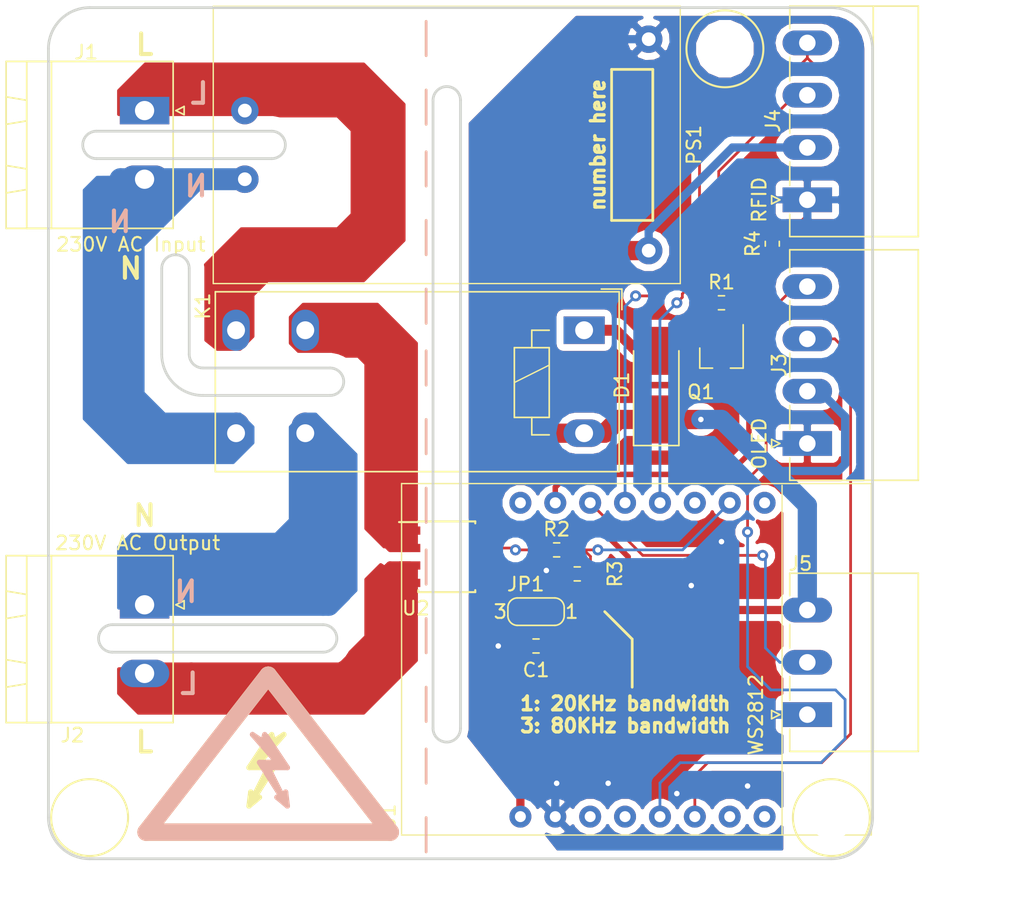
<source format=kicad_pcb>
(kicad_pcb (version 20171130) (host pcbnew 5.0.1-33cea8e~66~ubuntu18.04.1)

  (general
    (thickness 1.6)
    (drawings 73)
    (tracks 204)
    (zones 0)
    (modules 22)
    (nets 25)
  )

  (page A4)
  (layers
    (0 F.Cu signal)
    (31 B.Cu signal)
    (32 B.Adhes user)
    (33 F.Adhes user)
    (34 B.Paste user)
    (35 F.Paste user)
    (36 B.SilkS user)
    (37 F.SilkS user)
    (38 B.Mask user)
    (39 F.Mask user)
    (40 Dwgs.User user)
    (41 Cmts.User user)
    (42 Eco1.User user)
    (43 Eco2.User user)
    (44 Edge.Cuts user)
    (45 Margin user)
    (46 B.CrtYd user hide)
    (47 F.CrtYd user hide)
    (48 B.Fab user hide)
    (49 F.Fab user hide)
  )

  (setup
    (last_trace_width 0.2)
    (user_trace_width 0.4)
    (user_trace_width 0.6)
    (user_trace_width 0.8)
    (user_trace_width 1)
    (user_trace_width 1.2)
    (user_trace_width 1.4)
    (user_trace_width 1.6)
    (user_trace_width 2.5)
    (trace_clearance 0.2)
    (zone_clearance 0.5)
    (zone_45_only yes)
    (trace_min 0.2)
    (segment_width 0.2)
    (edge_width 0.2)
    (via_size 0.8)
    (via_drill 0.4)
    (via_min_size 0.8)
    (via_min_drill 0.4)
    (user_via 2.4 0.8)
    (uvia_size 0.3)
    (uvia_drill 0.1)
    (uvias_allowed no)
    (uvia_min_size 0.2)
    (uvia_min_drill 0.1)
    (pcb_text_width 0.3)
    (pcb_text_size 1.5 1.5)
    (mod_edge_width 0.15)
    (mod_text_size 1 1)
    (mod_text_width 0.15)
    (pad_size 3.2 3.2)
    (pad_drill 3.2)
    (pad_to_mask_clearance 0.2)
    (solder_mask_min_width 0.25)
    (aux_axis_origin 0 0)
    (visible_elements 7FFFFFFF)
    (pcbplotparams
      (layerselection 0x010fc_ffffffff)
      (usegerberextensions true)
      (usegerberattributes false)
      (usegerberadvancedattributes false)
      (creategerberjobfile false)
      (excludeedgelayer true)
      (linewidth 0.100000)
      (plotframeref false)
      (viasonmask false)
      (mode 1)
      (useauxorigin false)
      (hpglpennumber 1)
      (hpglpenspeed 20)
      (hpglpendiameter 15.000000)
      (psnegative false)
      (psa4output false)
      (plotreference true)
      (plotvalue true)
      (plotinvisibletext false)
      (padsonsilk false)
      (subtractmaskfromsilk false)
      (outputformat 1)
      (mirror false)
      (drillshape 0)
      (scaleselection 1)
      (outputdirectory "gerbers/"))
  )

  (net 0 "")
  (net 1 +5V)
  (net 2 GND)
  (net 3 "/Power Handling/AC_N")
  (net 4 "/Power Handling/AC_L")
  (net 5 "/Power Handling/AC_N_Switched")
  (net 6 "/Power Handling/AC_L_Switched")
  (net 7 "Net-(JP1-Pad2)")
  (net 8 "Net-(R2-Pad2)")
  (net 9 "Net-(K1-Pad11)")
  (net 10 SCL)
  (net 11 SDA)
  (net 12 RFID_SW)
  (net 13 RFID)
  (net 14 WS2812)
  (net 15 Relay)
  (net 16 VIsense)
  (net 17 "Net-(D1-Pad2)")
  (net 18 "Net-(U1-Pad16)")
  (net 19 "Net-(U1-Pad15)")
  (net 20 "Net-(U1-Pad12)")
  (net 21 "Net-(U1-Pad11)")
  (net 22 +3V3)
  (net 23 "Net-(U1-Pad3)")
  (net 24 "Net-(U1-Pad1)")

  (net_class Default "This is the default net class."
    (clearance 0.2)
    (trace_width 0.2)
    (via_dia 0.8)
    (via_drill 0.4)
    (uvia_dia 0.3)
    (uvia_drill 0.1)
    (add_net +3V3)
    (add_net +5V)
    (add_net "/Power Handling/AC_L")
    (add_net "/Power Handling/AC_L_Switched")
    (add_net "/Power Handling/AC_N")
    (add_net "/Power Handling/AC_N_Switched")
    (add_net GND)
    (add_net "Net-(D1-Pad2)")
    (add_net "Net-(JP1-Pad2)")
    (add_net "Net-(K1-Pad11)")
    (add_net "Net-(R2-Pad2)")
    (add_net "Net-(U1-Pad1)")
    (add_net "Net-(U1-Pad11)")
    (add_net "Net-(U1-Pad12)")
    (add_net "Net-(U1-Pad15)")
    (add_net "Net-(U1-Pad16)")
    (add_net "Net-(U1-Pad3)")
    (add_net RFID)
    (add_net RFID_SW)
    (add_net Relay)
    (add_net SCL)
    (add_net SDA)
    (add_net VIsense)
    (add_net WS2812)
  )

  (module Converter_ACDC:HLK-PM01 (layer F.Cu) (tedit 5ACAD154) (tstamp 5B01A436)
    (at 71 46)
    (path /5AC9BE52/5AC93002)
    (fp_text reference PS1 (at 18 0 270) (layer F.SilkS)
      (effects (font (size 1 1) (thickness 0.15)))
    )
    (fp_text value HLK-PM01 (at 12.9 -11.1) (layer F.Fab)
      (effects (font (size 1 1) (thickness 0.15)))
    )
    (fp_line (start -17 10.1) (end -17 -10.1) (layer F.SilkS) (width 0.1))
    (fp_line (start -17 -10.1) (end 17 -10.1) (layer F.SilkS) (width 0.1))
    (fp_line (start 17 -10.1) (end 17 10.1) (layer F.SilkS) (width 0.1))
    (fp_line (start 17 10.1) (end -17 10.1) (layer F.SilkS) (width 0.1))
    (pad 1 thru_hole circle (at -14.7 -2.5) (size 2 2) (drill 1) (layers *.Cu *.Mask)
      (net 4 "/Power Handling/AC_L"))
    (pad 2 thru_hole circle (at -14.7 2.5) (size 2 2) (drill 1) (layers *.Cu *.Mask)
      (net 3 "/Power Handling/AC_N"))
    (pad 3 thru_hole circle (at 14.7 -7.7) (size 2 2) (drill 1) (layers *.Cu *.Mask)
      (net 2 GND))
    (pad 4 thru_hole circle (at 14.7 7.7) (size 2 2) (drill 1) (layers *.Cu *.Mask)
      (net 1 +5V))
    (model ${KIPRJMOD}/3Dmodels/hlk-pm01.step
      (offset (xyz -17 -10 0))
      (scale (xyz 1 1 1))
      (rotate (xyz 0 0 0))
    )
  )

  (module Symbol:Symbol_Highvoltage_Type2_CopperTop_Small (layer B.Cu) (tedit 5ACAD297) (tstamp 5AFBBDBE)
    (at 58 92.25 180)
    (descr "Symbol, Highvoltage, Type 2, Copper Top, Small,")
    (tags "Symbol, Highvoltage, Type 2, Copper Top, Small,")
    (fp_text reference REF** (at 0 10.16 180) (layer B.SilkS) hide
      (effects (font (size 1 1) (thickness 0.15)) (justify mirror))
    )
    (fp_text value Symbol_Highvoltage_Type2_CopperTop_Small (at 0 -7.62 180) (layer B.Fab)
      (effects (font (size 1 1) (thickness 0.15)) (justify mirror))
    )
    (fp_line (start 0 7.62) (end 8.89 -3.81) (layer B.SilkS) (width 1.27))
    (fp_line (start 8.89 -3.81) (end -8.89 -3.81) (layer B.SilkS) (width 1.27))
    (fp_line (start -8.89 -3.81) (end 0 7.62) (layer B.SilkS) (width 1.27))
    (fp_line (start 0.381 2.921) (end -1.016 1.016) (layer B.SilkS) (width 0.381))
    (fp_line (start -1.016 1.016) (end 0.254 1.016) (layer B.SilkS) (width 0.381))
    (fp_line (start -1.27 -0.889) (end -1.397 -1.905) (layer B.SilkS) (width 0.381))
    (fp_line (start -1.397 -1.905) (end -0.635 -1.27) (layer B.SilkS) (width 0.381))
    (fp_line (start -0.635 -1.27) (end -1.143 -1.524) (layer B.SilkS) (width 0.381))
    (fp_line (start -1.143 -1.524) (end 0.635 1.27) (layer B.SilkS) (width 0.381))
    (fp_line (start 0.635 1.27) (end -0.635 1.27) (layer B.SilkS) (width 0.381))
    (fp_line (start -0.635 1.27) (end 1.143 3.302) (layer B.SilkS) (width 0.381))
    (fp_line (start 1.143 3.302) (end 0.381 2.794) (layer B.SilkS) (width 0.381))
    (fp_line (start 0.381 2.794) (end 0.254 3.302) (layer B.SilkS) (width 0.381))
    (fp_line (start 0.127 3.175) (end -1.397 0.889) (layer B.SilkS) (width 0.381))
    (fp_line (start -1.397 0.889) (end 0 0.889) (layer B.SilkS) (width 0.381))
    (fp_line (start 0 0.889) (end -1.143 -1.397) (layer B.SilkS) (width 0.381))
    (fp_line (start -1.143 -1.397) (end -1.27 -0.889) (layer B.SilkS) (width 0.381))
  )

  (module Symbol:Symbol_Highvoltage_Type2_CopperTop_Small (layer F.Cu) (tedit 5ACA74F5) (tstamp 5AFBBBD8)
    (at 58 92.25)
    (descr "Symbol, Highvoltage, Type 2, Copper Top, Small,")
    (tags "Symbol, Highvoltage, Type 2, Copper Top, Small,")
    (fp_text reference REF** (at 0 -10.16) (layer F.SilkS) hide
      (effects (font (size 1 1) (thickness 0.15)))
    )
    (fp_text value Symbol_Highvoltage_Type2_CopperTop_Small (at 0 7.62) (layer F.Fab)
      (effects (font (size 1 1) (thickness 0.15)))
    )
    (fp_line (start -1.143 1.397) (end -1.27 0.889) (layer F.SilkS) (width 0.381))
    (fp_line (start 0 -0.889) (end -1.143 1.397) (layer F.SilkS) (width 0.381))
    (fp_line (start -1.397 -0.889) (end 0 -0.889) (layer F.SilkS) (width 0.381))
    (fp_line (start 0.127 -3.175) (end -1.397 -0.889) (layer F.SilkS) (width 0.381))
    (fp_line (start 0.381 -2.794) (end 0.254 -3.302) (layer F.SilkS) (width 0.381))
    (fp_line (start 1.143 -3.302) (end 0.381 -2.794) (layer F.SilkS) (width 0.381))
    (fp_line (start -0.635 -1.27) (end 1.143 -3.302) (layer F.SilkS) (width 0.381))
    (fp_line (start 0.635 -1.27) (end -0.635 -1.27) (layer F.SilkS) (width 0.381))
    (fp_line (start -1.143 1.524) (end 0.635 -1.27) (layer F.SilkS) (width 0.381))
    (fp_line (start -0.635 1.27) (end -1.143 1.524) (layer F.SilkS) (width 0.381))
    (fp_line (start -1.397 1.905) (end -0.635 1.27) (layer F.SilkS) (width 0.381))
    (fp_line (start -1.27 0.889) (end -1.397 1.905) (layer F.SilkS) (width 0.381))
    (fp_line (start -1.016 -1.016) (end 0.254 -1.016) (layer F.SilkS) (width 0.381))
    (fp_line (start 0.381 -2.921) (end -1.016 -1.016) (layer F.SilkS) (width 0.381))
    (fp_line (start -8.89 3.81) (end 0 -7.62) (layer F.SilkS) (width 1.27))
    (fp_line (start 8.89 3.81) (end -8.89 3.81) (layer F.SilkS) (width 1.27))
    (fp_line (start 0 -7.62) (end 8.89 3.81) (layer F.SilkS) (width 1.27))
  )

  (module MountingHole:MountingHole_3.2mm_M3_DIN965 (layer F.Cu) (tedit 5ACA6A19) (tstamp 5AF03143)
    (at 45 95)
    (descr "Mounting Hole 3.2mm, no annular, M3, DIN965")
    (tags "mounting hole 3.2mm no annular m3 din965")
    (attr virtual)
    (fp_text reference REF** (at 0 -3.8) (layer F.SilkS) hide
      (effects (font (size 1 1) (thickness 0.15)))
    )
    (fp_text value MountingHole_3.2mm_M3_DIN965 (at 0 3.8) (layer F.Fab)
      (effects (font (size 1 1) (thickness 0.15)))
    )
    (fp_circle (center 0 0) (end 3.05 0) (layer F.CrtYd) (width 0.05))
    (fp_circle (center 0 0) (end 2.8 0) (layer F.SilkS) (width 0.15))
    (fp_text user %R (at 0.3 0) (layer F.Fab)
      (effects (font (size 1 1) (thickness 0.15)))
    )
    (pad 1 np_thru_hole circle (at 0 0) (size 3.2 3.2) (drill 3.2) (layers *.Cu *.Mask))
  )

  (module MountingHole:MountingHole_3.2mm_M3_DIN965 (layer F.Cu) (tedit 5ACACF16) (tstamp 5AF03154)
    (at 99 95)
    (descr "Mounting Hole 3.2mm, no annular, M3, DIN965")
    (tags "mounting hole 3.2mm no annular m3 din965")
    (attr virtual)
    (fp_text reference REF** (at 0 -3.8) (layer F.SilkS) hide
      (effects (font (size 1 1) (thickness 0.15)))
    )
    (fp_text value MountingHole_3.2mm_M3_DIN965 (at 0 3.8) (layer F.Fab)
      (effects (font (size 1 1) (thickness 0.15)))
    )
    (fp_text user %R (at 0.3 0) (layer F.Fab)
      (effects (font (size 1 1) (thickness 0.15)))
    )
    (fp_circle (center 0 0) (end 2.8 0) (layer F.SilkS) (width 0.15))
    (fp_circle (center 0 0) (end 3.05 0) (layer F.CrtYd) (width 0.05))
    (pad 1 np_thru_hole circle (at 0 0) (size 3.2 3.2) (drill 3.2) (layers *.Cu *.Mask))
  )

  (module MountingHole:MountingHole_3.2mm_M3_DIN965 (layer F.Cu) (tedit 5ACA6A00) (tstamp 5AF03162)
    (at 91.25 39)
    (descr "Mounting Hole 3.2mm, no annular, M3, DIN965")
    (tags "mounting hole 3.2mm no annular m3 din965")
    (attr virtual)
    (fp_text reference REF** (at 0 -3.8) (layer F.SilkS) hide
      (effects (font (size 1 1) (thickness 0.15)))
    )
    (fp_text value MountingHole_3.2mm_M3_DIN965 (at 0 3.8) (layer F.Fab)
      (effects (font (size 1 1) (thickness 0.15)))
    )
    (fp_circle (center 0 0) (end 3.05 0) (layer F.CrtYd) (width 0.05))
    (fp_circle (center 0 0) (end 2.8 0) (layer F.SilkS) (width 0.15))
    (fp_text user %R (at 0.3 0) (layer F.Fab)
      (effects (font (size 1 1) (thickness 0.15)))
    )
    (pad "" np_thru_hole circle (at 0 0) (size 3.2 3.2) (drill 3.2) (layers *.Cu *.Mask))
  )

  (module Capacitor_SMD:C_0603_1608Metric_Pad0.84x1.00mm_HandSolder (layer F.Cu) (tedit 5ACC10A3) (tstamp 5AD4185E)
    (at 77.5 82.5)
    (descr "Capacitor SMD 0603 (1608 Metric), square (rectangular) end terminal, IPC_7351 nominal with elongated pad for handsoldering. (Body size source: http://www.tortai-tech.com/upload/download/2011102023233369053.pdf), generated with kicad-footprint-generator")
    (tags "capacitor handsolder")
    (path /5AC9BE52/5AC9C3C1)
    (attr smd)
    (fp_text reference C1 (at 0 1.75) (layer F.SilkS)
      (effects (font (size 1 1) (thickness 0.15)))
    )
    (fp_text value 0.1uF (at 0 1.65) (layer F.Fab)
      (effects (font (size 1 1) (thickness 0.15)))
    )
    (fp_text user %R (at 0 0) (layer F.Fab)
      (effects (font (size 0.5 0.5) (thickness 0.08)))
    )
    (fp_line (start 1.64 0.75) (end -1.64 0.75) (layer F.CrtYd) (width 0.05))
    (fp_line (start 1.64 -0.75) (end 1.64 0.75) (layer F.CrtYd) (width 0.05))
    (fp_line (start -1.64 -0.75) (end 1.64 -0.75) (layer F.CrtYd) (width 0.05))
    (fp_line (start -1.64 0.75) (end -1.64 -0.75) (layer F.CrtYd) (width 0.05))
    (fp_line (start -0.22 0.51) (end 0.22 0.51) (layer F.SilkS) (width 0.12))
    (fp_line (start -0.22 -0.51) (end 0.22 -0.51) (layer F.SilkS) (width 0.12))
    (fp_line (start 0.8 0.4) (end -0.8 0.4) (layer F.Fab) (width 0.1))
    (fp_line (start 0.8 -0.4) (end 0.8 0.4) (layer F.Fab) (width 0.1))
    (fp_line (start -0.8 -0.4) (end 0.8 -0.4) (layer F.Fab) (width 0.1))
    (fp_line (start -0.8 0.4) (end -0.8 -0.4) (layer F.Fab) (width 0.1))
    (pad 2 smd rect (at 0.9625 0) (size 0.845 1) (layers F.Cu F.Paste F.Mask)
      (net 1 +5V))
    (pad 1 smd rect (at -0.9625 0) (size 0.845 1) (layers F.Cu F.Paste F.Mask)
      (net 2 GND))
    (model ${KISYS3DMOD}/Capacitor_SMD.3dshapes/C_0603_1608Metric.step
      (at (xyz 0 0 0))
      (scale (xyz 1 1 1))
      (rotate (xyz 0 0 0))
    )
  )

  (module Jumper:SolderJumper-3_P1.3mm_Bridged2Bar12_RoundedPad1.0x1.5mm_NumberLabels (layer F.Cu) (tedit 5A3F6CCC) (tstamp 5AD41999)
    (at 77.5 80 180)
    (descr "SMD Solder 3-pad Jumper, 1x1.5mm rounded Pads, 0.3mm gap, pads 1-2 Bridged2Bar with 2 copper strip, labeled with numbers")
    (tags "solder jumper open")
    (path /5AC9BE52/5AC9C3B0)
    (attr virtual)
    (fp_text reference JP1 (at 0.75 2 180) (layer F.SilkS)
      (effects (font (size 1 1) (thickness 0.15)))
    )
    (fp_text value BW_SEL (at 0 1.9 180) (layer F.Fab)
      (effects (font (size 1 1) (thickness 0.15)))
    )
    (fp_text user 3 (at 2.6 0 180) (layer F.SilkS)
      (effects (font (size 1 1) (thickness 0.15)))
    )
    (fp_text user 1 (at -2.6 0 180) (layer F.SilkS)
      (effects (font (size 1 1) (thickness 0.15)))
    )
    (fp_line (start -2.05 0.3) (end -2.05 -0.3) (layer F.SilkS) (width 0.12))
    (fp_line (start 1.4 1) (end -1.4 1) (layer F.SilkS) (width 0.12))
    (fp_line (start 2.05 -0.3) (end 2.05 0.3) (layer F.SilkS) (width 0.12))
    (fp_line (start -1.4 -1) (end 1.4 -1) (layer F.SilkS) (width 0.12))
    (fp_line (start -2.3 -1.25) (end 2.3 -1.25) (layer F.CrtYd) (width 0.05))
    (fp_line (start -2.3 -1.25) (end -2.3 1.25) (layer F.CrtYd) (width 0.05))
    (fp_line (start 2.3 1.25) (end 2.3 -1.25) (layer F.CrtYd) (width 0.05))
    (fp_line (start 2.3 1.25) (end -2.3 1.25) (layer F.CrtYd) (width 0.05))
    (fp_arc (start 1.35 -0.3) (end 2.05 -0.3) (angle -90) (layer F.SilkS) (width 0.12))
    (fp_arc (start 1.35 0.3) (end 1.35 1) (angle -90) (layer F.SilkS) (width 0.12))
    (fp_arc (start -1.35 0.3) (end -2.05 0.3) (angle -90) (layer F.SilkS) (width 0.12))
    (fp_arc (start -1.35 -0.3) (end -1.35 -1) (angle -90) (layer F.SilkS) (width 0.12))
    (pad 1 smd roundrect (at -1.3 0 180) (size 1 1.5) (layers F.Cu F.Mask) (roundrect_rratio 0.5)
      (net 1 +5V))
    (pad 1 smd rect (at -1 0 180) (size 0.5 1.5) (layers F.Cu F.Mask)
      (net 1 +5V))
    (pad 2 smd rect (at 0 0 180) (size 1 1.5) (layers F.Cu F.Mask)
      (net 7 "Net-(JP1-Pad2)"))
    (pad 3 smd roundrect (at 1.3 0 180) (size 1 1.5) (layers F.Cu F.Mask) (roundrect_rratio 0.5)
      (net 2 GND))
    (pad 3 smd rect (at 1 0 180) (size 0.5 1.5) (layers F.Cu F.Mask)
      (net 2 GND))
    (pad 1 smd rect (at -0.65 -0.4 180) (size 0.5 0.4) (layers F.Cu F.Mask)
      (net 1 +5V))
    (pad 1 smd rect (at -0.65 0.4 180) (size 0.5 0.4) (layers F.Cu F.Mask)
      (net 1 +5V))
  )

  (module Relay_THT:Relay_DPST_Schrack-RT2-FormA_RM5mm (layer F.Cu) (tedit 5A6353CA) (tstamp 5B01A213)
    (at 81 59.5 180)
    (descr "Relay DPST Schrack-RT2 RM5mm 16A 250V AC Form A http://www.te.com/commerce/DocumentDelivery/DDEController?Action=srchrtrv&DocNm=RT2_reflow&DocType=DS&DocLang=EN")
    (tags "Relay DPST Schrack-RT2 RM5mm 16A 250V AC Relay")
    (path /5AC9BE52/5AC87461)
    (fp_text reference K1 (at 27.75 1.75 270) (layer F.SilkS)
      (effects (font (size 1 1) (thickness 0.15)))
    )
    (fp_text value G2RL-2A-DC5 (at 12.192 4.25 180) (layer F.Fab)
      (effects (font (size 1 1) (thickness 0.15)))
    )
    (fp_line (start -2.75 3) (end -1.25 3) (layer F.SilkS) (width 0.12))
    (fp_line (start -2.75 1.5) (end -2.75 3) (layer F.SilkS) (width 0.12))
    (fp_line (start -2.35 1.6) (end -1.35 2.6) (layer F.Fab) (width 0.1))
    (fp_line (start 26.65 2.6) (end 26.65 -10.1) (layer F.Fab) (width 0.1))
    (fp_line (start 26.65 -10.1) (end -2.35 -10.1) (layer F.Fab) (width 0.1))
    (fp_line (start -2.35 -10.1) (end -2.35 1.6) (layer F.Fab) (width 0.1))
    (fp_text user %R (at 12.065 -3.81) (layer F.Fab)
      (effects (font (size 1 1) (thickness 0.15)))
    )
    (fp_line (start 27.1 3.05) (end 27.1 -10.55) (layer F.CrtYd) (width 0.05))
    (fp_line (start -2.8 3.05) (end 27.1 3.05) (layer F.CrtYd) (width 0.05))
    (fp_line (start -2.8 -10.55) (end -2.8 3.05) (layer F.CrtYd) (width 0.05))
    (fp_line (start 27.1 -10.55) (end -2.8 -10.55) (layer F.CrtYd) (width 0.05))
    (fp_line (start 3.81 -6.35) (end 3.81 -7.62) (layer F.SilkS) (width 0.12))
    (fp_line (start 3.81 -7.62) (end 2.54 -7.62) (layer F.SilkS) (width 0.12))
    (fp_line (start 2.54 0) (end 3.81 0) (layer F.SilkS) (width 0.12))
    (fp_line (start 3.81 0) (end 3.81 -1.27) (layer F.SilkS) (width 0.12))
    (fp_line (start 3.81 -1.27) (end 5.08 -1.27) (layer F.SilkS) (width 0.12))
    (fp_line (start 5.08 -1.27) (end 5.08 -6.35) (layer F.SilkS) (width 0.12))
    (fp_line (start 5.08 -6.35) (end 2.54 -6.35) (layer F.SilkS) (width 0.12))
    (fp_line (start 2.54 -6.35) (end 2.54 -1.27) (layer F.SilkS) (width 0.12))
    (fp_line (start 2.54 -1.27) (end 3.81 -1.27) (layer F.SilkS) (width 0.12))
    (fp_line (start 0 -1.27) (end 0 -6.35) (layer F.Fab) (width 0.12))
    (fp_line (start -2.55 -10.3) (end -2.55 2.8) (layer F.SilkS) (width 0.12))
    (fp_line (start 26.85 -10.3) (end -2.55 -10.3) (layer F.SilkS) (width 0.12))
    (fp_line (start 26.85 2.8) (end 26.85 -10.3) (layer F.SilkS) (width 0.12))
    (fp_line (start -2.55 2.8) (end 26.85 2.8) (layer F.SilkS) (width 0.12))
    (fp_line (start -1.35 2.6) (end 26.65 2.6) (layer F.Fab) (width 0.1))
    (fp_line (start 2.54 -2.54) (end 5.08 -3.81) (layer F.SilkS) (width 0.1))
    (pad A1 thru_hole rect (at 0 0) (size 3 2) (drill 1.3) (layers *.Cu *.Mask)
      (net 17 "Net-(D1-Pad2)"))
    (pad A2 thru_hole oval (at 0 -7.5) (size 3 2) (drill 1.3) (layers *.Cu *.Mask)
      (net 1 +5V))
    (pad 11 thru_hole oval (at 20.3 0) (size 2 3) (drill 1.3) (layers *.Cu *.Mask)
      (net 9 "Net-(K1-Pad11)"))
    (pad 24 thru_hole oval (at 25.34 -7.5) (size 2 3) (drill 1.3) (layers *.Cu *.Mask)
      (net 3 "/Power Handling/AC_N"))
    (pad 21 thru_hole oval (at 20.3 -7.5) (size 2 3) (drill 1.3) (layers *.Cu *.Mask)
      (net 5 "/Power Handling/AC_N_Switched"))
    (pad 14 thru_hole oval (at 25.34 0) (size 2 3) (drill 1.3) (layers *.Cu *.Mask)
      (net 4 "/Power Handling/AC_L"))
    (model ${KIPRJMOD}/3Dmodels/G2RL_2A.step
      (at (xyz 0 0 0))
      (scale (xyz 1 1 1))
      (rotate (xyz -90 0 0))
    )
  )

  (module Package_TO_SOT_SMD:SOT-23_Handsoldering (layer F.Cu) (tedit 5A0AB76C) (tstamp 5AD419E9)
    (at 91 61.5 270)
    (descr "SOT-23, Handsoldering")
    (tags SOT-23)
    (path /5AC9BE52/5AC9C39B)
    (attr smd)
    (fp_text reference Q1 (at 2.5 1.5) (layer F.SilkS)
      (effects (font (size 1 1) (thickness 0.15)))
    )
    (fp_text value FDN339AN (at 0 2.5 270) (layer F.Fab)
      (effects (font (size 1 1) (thickness 0.15)))
    )
    (fp_text user %R (at 0 0) (layer F.Fab)
      (effects (font (size 0.5 0.5) (thickness 0.075)))
    )
    (fp_line (start 0.76 1.58) (end 0.76 0.65) (layer F.SilkS) (width 0.12))
    (fp_line (start 0.76 -1.58) (end 0.76 -0.65) (layer F.SilkS) (width 0.12))
    (fp_line (start -2.7 -1.75) (end 2.7 -1.75) (layer F.CrtYd) (width 0.05))
    (fp_line (start 2.7 -1.75) (end 2.7 1.75) (layer F.CrtYd) (width 0.05))
    (fp_line (start 2.7 1.75) (end -2.7 1.75) (layer F.CrtYd) (width 0.05))
    (fp_line (start -2.7 1.75) (end -2.7 -1.75) (layer F.CrtYd) (width 0.05))
    (fp_line (start 0.76 -1.58) (end -2.4 -1.58) (layer F.SilkS) (width 0.12))
    (fp_line (start -0.7 -0.95) (end -0.7 1.5) (layer F.Fab) (width 0.1))
    (fp_line (start -0.15 -1.52) (end 0.7 -1.52) (layer F.Fab) (width 0.1))
    (fp_line (start -0.7 -0.95) (end -0.15 -1.52) (layer F.Fab) (width 0.1))
    (fp_line (start 0.7 -1.52) (end 0.7 1.52) (layer F.Fab) (width 0.1))
    (fp_line (start -0.7 1.52) (end 0.7 1.52) (layer F.Fab) (width 0.1))
    (fp_line (start 0.76 1.58) (end -0.7 1.58) (layer F.SilkS) (width 0.12))
    (pad 1 smd rect (at -1.5 -0.95 270) (size 1.9 0.8) (layers F.Cu F.Paste F.Mask)
      (net 15 Relay))
    (pad 2 smd rect (at -1.5 0.95 270) (size 1.9 0.8) (layers F.Cu F.Paste F.Mask)
      (net 2 GND))
    (pad 3 smd rect (at 1.5 0 270) (size 1.9 0.8) (layers F.Cu F.Paste F.Mask)
      (net 17 "Net-(D1-Pad2)"))
    (model ${KISYS3DMOD}/Package_TO_SOT_SMD.3dshapes/SOT-23.step
      (at (xyz 0 0 0))
      (scale (xyz 1 1 1))
      (rotate (xyz 0 0 0))
    )
  )

  (module Resistor_SMD:R_0603_1608Metric_Pad0.84x1.00mm_HandSolder (layer F.Cu) (tedit 59FE48B8) (tstamp 5AD419FA)
    (at 91 57.5 180)
    (descr "Resistor SMD 0603 (1608 Metric), square (rectangular) end terminal, IPC_7351 nominal with elongated pad for handsoldering. (Body size source: http://www.tortai-tech.com/upload/download/2011102023233369053.pdf), generated with kicad-footprint-generator")
    (tags "resistor handsolder")
    (path /5AC9BE52/5AC9C391)
    (attr smd)
    (fp_text reference R1 (at 0 1.5 180) (layer F.SilkS)
      (effects (font (size 1 1) (thickness 0.15)))
    )
    (fp_text value 15k (at 0 1.65 180) (layer F.Fab)
      (effects (font (size 1 1) (thickness 0.15)))
    )
    (fp_line (start -0.8 0.4) (end -0.8 -0.4) (layer F.Fab) (width 0.1))
    (fp_line (start -0.8 -0.4) (end 0.8 -0.4) (layer F.Fab) (width 0.1))
    (fp_line (start 0.8 -0.4) (end 0.8 0.4) (layer F.Fab) (width 0.1))
    (fp_line (start 0.8 0.4) (end -0.8 0.4) (layer F.Fab) (width 0.1))
    (fp_line (start -0.22 -0.51) (end 0.22 -0.51) (layer F.SilkS) (width 0.12))
    (fp_line (start -0.22 0.51) (end 0.22 0.51) (layer F.SilkS) (width 0.12))
    (fp_line (start -1.64 0.75) (end -1.64 -0.75) (layer F.CrtYd) (width 0.05))
    (fp_line (start -1.64 -0.75) (end 1.64 -0.75) (layer F.CrtYd) (width 0.05))
    (fp_line (start 1.64 -0.75) (end 1.64 0.75) (layer F.CrtYd) (width 0.05))
    (fp_line (start 1.64 0.75) (end -1.64 0.75) (layer F.CrtYd) (width 0.05))
    (fp_text user %R (at 0 0 180) (layer F.Fab)
      (effects (font (size 0.5 0.5) (thickness 0.08)))
    )
    (pad 1 smd rect (at -0.9625 0 180) (size 0.845 1) (layers F.Cu F.Paste F.Mask)
      (net 15 Relay))
    (pad 2 smd rect (at 0.9625 0 180) (size 0.845 1) (layers F.Cu F.Paste F.Mask)
      (net 2 GND))
    (model ${KISYS3DMOD}/Resistor_SMD.3dshapes/R_0603_1608Metric.step
      (at (xyz 0 0 0))
      (scale (xyz 1 1 1))
      (rotate (xyz 0 0 0))
    )
  )

  (module "RF_Module:Wemos D1 Mini" (layer F.Cu) (tedit 5AC80EC4) (tstamp 5B01C67B)
    (at 85.25 83.5 270)
    (path /5AC90283)
    (fp_text reference U1 (at 11.5 18.5 270) (layer F.SilkS)
      (effects (font (size 1 1) (thickness 0.15)))
    )
    (fp_text value Wemos-D1-mini (at 0 8.89 270) (layer F.Fab)
      (effects (font (size 1 1) (thickness 0.15)))
    )
    (fp_text user "Antenna. Keep clear" (at 0 -12.7 270) (layer F.Fab)
      (effects (font (size 1 1) (thickness 0.15)))
    )
    (fp_line (start -12.7 -10.16) (end 12.7 -10.16) (layer F.SilkS) (width 0.1))
    (fp_line (start -12.83 17.54) (end -12.83 -16.66) (layer F.SilkS) (width 0.1))
    (fp_line (start 12.77 17.54) (end -12.83 17.54) (layer F.SilkS) (width 0.1))
    (fp_line (start 12.77 -16.66) (end 12.77 17.54) (layer F.SilkS) (width 0.1))
    (fp_line (start -12.83 -16.66) (end 12.77 -16.66) (layer F.SilkS) (width 0.1))
    (pad 16 thru_hole circle (at 11.43 -8.89 270) (size 1.6 1.6) (drill 0.8) (layers *.Cu *.Mask)
      (net 18 "Net-(U1-Pad16)"))
    (pad 15 thru_hole circle (at 11.43 -6.35 270) (size 1.6 1.6) (drill 0.8) (layers *.Cu *.Mask)
      (net 19 "Net-(U1-Pad15)"))
    (pad 14 thru_hole circle (at 11.43 -3.81 270) (size 1.6 1.6) (drill 0.8) (layers *.Cu *.Mask)
      (net 10 SCL))
    (pad 13 thru_hole circle (at 11.43 -1.27 270) (size 1.6 1.6) (drill 0.8) (layers *.Cu *.Mask)
      (net 11 SDA))
    (pad 12 thru_hole circle (at 11.43 1.27 270) (size 1.6 1.6) (drill 0.8) (layers *.Cu *.Mask)
      (net 20 "Net-(U1-Pad12)"))
    (pad 11 thru_hole circle (at 11.43 3.81 270) (size 1.6 1.6) (drill 0.8) (layers *.Cu *.Mask)
      (net 21 "Net-(U1-Pad11)"))
    (pad 10 thru_hole circle (at 11.43 6.35 270) (size 1.6 1.6) (drill 0.8) (layers *.Cu *.Mask)
      (net 2 GND))
    (pad 9 thru_hole circle (at 11.43 8.89 270) (size 1.6 1.6) (drill 0.8) (layers *.Cu *.Mask)
      (net 1 +5V))
    (pad 8 thru_hole circle (at -11.43 8.89 270) (size 1.6 1.6) (drill 0.8) (layers *.Cu *.Mask)
      (net 22 +3V3))
    (pad 7 thru_hole circle (at -11.43 6.35 270) (size 1.6 1.6) (drill 0.8) (layers *.Cu *.Mask)
      (net 15 Relay))
    (pad 6 thru_hole circle (at -11.43 3.81 270) (size 1.6 1.6) (drill 0.8) (layers *.Cu *.Mask)
      (net 14 WS2812))
    (pad 5 thru_hole circle (at -11.43 1.27 270) (size 1.6 1.6) (drill 0.8) (layers *.Cu *.Mask)
      (net 12 RFID_SW))
    (pad 4 thru_hole circle (at -11.43 -1.27 270) (size 1.6 1.6) (drill 0.8) (layers *.Cu *.Mask)
      (net 13 RFID))
    (pad 3 thru_hole circle (at -11.43 -3.81 270) (size 1.6 1.6) (drill 0.8) (layers *.Cu *.Mask)
      (net 23 "Net-(U1-Pad3)"))
    (pad 2 thru_hole circle (at -11.43 -6.35 270) (size 1.6 1.6) (drill 0.8) (layers *.Cu *.Mask)
      (net 8 "Net-(R2-Pad2)"))
    (pad 1 thru_hole circle (at -11.43 -8.89 270) (size 1.6 1.6) (drill 0.8) (layers *.Cu *.Mask)
      (net 24 "Net-(U1-Pad1)"))
    (model ${KIPRJMOD}/3Dmodels/WEMOSD1mini.step
      (offset (xyz 12.5 -17 9.5))
      (scale (xyz 0.97 1 0.99))
      (rotate (xyz -90 0 0))
    )
    (model ${KISYS3DMOD}/Connector_PinHeader_2.54mm.3dshapes/PinHeader_1x08_P2.54mm_Vertical.step
      (offset (xyz 11.5 9 9.5))
      (scale (xyz 1 1 1))
      (rotate (xyz 0 -180 0))
    )
    (model ${KISYS3DMOD}/Connector_PinHeader_2.54mm.3dshapes/PinHeader_1x08_P2.54mm_Vertical.step
      (offset (xyz -11.5 9 9.5))
      (scale (xyz 1 1 1))
      (rotate (xyz 0 -180 0))
    )
    (model ${KISYS3DMOD}/Connector_PinSocket_2.54mm.3dshapes/PinSocket_1x08_P2.54mm_Vertical.step
      (offset (xyz 11.5 9 0))
      (scale (xyz 1 1 1))
      (rotate (xyz 0 0 0))
    )
    (model ${KISYS3DMOD}/Connector_PinSocket_2.54mm.3dshapes/PinSocket_1x08_P2.54mm_Vertical.step
      (offset (xyz -11.5 9 0))
      (scale (xyz 1 1 1))
      (rotate (xyz 0 0 0))
    )
  )

  (module Package_SO:SOIC-8_3.9x4.9mm_P1.27mm (layer F.Cu) (tedit 5A02F2D3) (tstamp 5B01A4ED)
    (at 71 76)
    (descr "8-Lead Plastic Small Outline (SN) - Narrow, 3.90 mm Body [SOIC] (see Microchip Packaging Specification 00000049BS.pdf)")
    (tags "SOIC 1.27")
    (path /5AC9BE52/5AC9C3A9)
    (attr smd)
    (fp_text reference U2 (at -2.25 3.75) (layer F.SilkS)
      (effects (font (size 1 1) (thickness 0.15)))
    )
    (fp_text value ACS723xMATR-10AB (at 0 3.5) (layer F.Fab)
      (effects (font (size 1 1) (thickness 0.15)))
    )
    (fp_text user %R (at 0 0) (layer F.Fab)
      (effects (font (size 1 1) (thickness 0.15)))
    )
    (fp_line (start -0.95 -2.45) (end 1.95 -2.45) (layer F.Fab) (width 0.1))
    (fp_line (start 1.95 -2.45) (end 1.95 2.45) (layer F.Fab) (width 0.1))
    (fp_line (start 1.95 2.45) (end -1.95 2.45) (layer F.Fab) (width 0.1))
    (fp_line (start -1.95 2.45) (end -1.95 -1.45) (layer F.Fab) (width 0.1))
    (fp_line (start -1.95 -1.45) (end -0.95 -2.45) (layer F.Fab) (width 0.1))
    (fp_line (start -3.73 -2.7) (end -3.73 2.7) (layer F.CrtYd) (width 0.05))
    (fp_line (start 3.73 -2.7) (end 3.73 2.7) (layer F.CrtYd) (width 0.05))
    (fp_line (start -3.73 -2.7) (end 3.73 -2.7) (layer F.CrtYd) (width 0.05))
    (fp_line (start -3.73 2.7) (end 3.73 2.7) (layer F.CrtYd) (width 0.05))
    (fp_line (start -2.075 -2.575) (end -2.075 -2.525) (layer F.SilkS) (width 0.15))
    (fp_line (start 2.075 -2.575) (end 2.075 -2.43) (layer F.SilkS) (width 0.15))
    (fp_line (start 2.075 2.575) (end 2.075 2.43) (layer F.SilkS) (width 0.15))
    (fp_line (start -2.075 2.575) (end -2.075 2.43) (layer F.SilkS) (width 0.15))
    (fp_line (start -2.075 -2.575) (end 2.075 -2.575) (layer F.SilkS) (width 0.15))
    (fp_line (start -2.075 2.575) (end 2.075 2.575) (layer F.SilkS) (width 0.15))
    (fp_line (start -2.075 -2.525) (end -3.475 -2.525) (layer F.SilkS) (width 0.15))
    (pad 1 smd rect (at -2.7 -1.905) (size 1.55 0.6) (layers F.Cu F.Paste F.Mask)
      (net 9 "Net-(K1-Pad11)"))
    (pad 2 smd rect (at -2.7 -0.635) (size 1.55 0.6) (layers F.Cu F.Paste F.Mask)
      (net 9 "Net-(K1-Pad11)"))
    (pad 3 smd rect (at -2.7 0.635) (size 1.55 0.6) (layers F.Cu F.Paste F.Mask)
      (net 6 "/Power Handling/AC_L_Switched"))
    (pad 4 smd rect (at -2.7 1.905) (size 1.55 0.6) (layers F.Cu F.Paste F.Mask)
      (net 6 "/Power Handling/AC_L_Switched"))
    (pad 5 smd rect (at 2.7 1.905) (size 1.55 0.6) (layers F.Cu F.Paste F.Mask)
      (net 2 GND))
    (pad 6 smd rect (at 2.7 0.635) (size 1.55 0.6) (layers F.Cu F.Paste F.Mask)
      (net 7 "Net-(JP1-Pad2)"))
    (pad 7 smd rect (at 2.7 -0.635) (size 1.55 0.6) (layers F.Cu F.Paste F.Mask)
      (net 16 VIsense))
    (pad 8 smd rect (at 2.7 -1.905) (size 1.55 0.6) (layers F.Cu F.Paste F.Mask)
      (net 1 +5V))
    (model ${KISYS3DMOD}/Package_SO.3dshapes/SOIC-8_3.9x4.9mm_P1.27mm.step
      (at (xyz 0 0 0))
      (scale (xyz 1 1 1))
      (rotate (xyz 0 0 0))
    )
  )

  (module Resistor_SMD:R_0603_1608Metric_Pad0.84x1.00mm_HandSolder (layer F.Cu) (tedit 59FE48B8) (tstamp 5AF63781)
    (at 79 75.5)
    (descr "Resistor SMD 0603 (1608 Metric), square (rectangular) end terminal, IPC_7351 nominal with elongated pad for handsoldering. (Body size source: http://www.tortai-tech.com/upload/download/2011102023233369053.pdf), generated with kicad-footprint-generator")
    (tags "resistor handsolder")
    (path /5ACA1835)
    (attr smd)
    (fp_text reference R2 (at 0 -1.5) (layer F.SilkS)
      (effects (font (size 1 1) (thickness 0.15)))
    )
    (fp_text value 6K8 (at 0 1.65) (layer F.Fab)
      (effects (font (size 1 1) (thickness 0.15)))
    )
    (fp_line (start -0.8 0.4) (end -0.8 -0.4) (layer F.Fab) (width 0.1))
    (fp_line (start -0.8 -0.4) (end 0.8 -0.4) (layer F.Fab) (width 0.1))
    (fp_line (start 0.8 -0.4) (end 0.8 0.4) (layer F.Fab) (width 0.1))
    (fp_line (start 0.8 0.4) (end -0.8 0.4) (layer F.Fab) (width 0.1))
    (fp_line (start -0.22 -0.51) (end 0.22 -0.51) (layer F.SilkS) (width 0.12))
    (fp_line (start -0.22 0.51) (end 0.22 0.51) (layer F.SilkS) (width 0.12))
    (fp_line (start -1.64 0.75) (end -1.64 -0.75) (layer F.CrtYd) (width 0.05))
    (fp_line (start -1.64 -0.75) (end 1.64 -0.75) (layer F.CrtYd) (width 0.05))
    (fp_line (start 1.64 -0.75) (end 1.64 0.75) (layer F.CrtYd) (width 0.05))
    (fp_line (start 1.64 0.75) (end -1.64 0.75) (layer F.CrtYd) (width 0.05))
    (fp_text user %R (at 0 0) (layer F.Fab)
      (effects (font (size 0.5 0.5) (thickness 0.08)))
    )
    (pad 1 smd rect (at -0.9625 0) (size 0.845 1) (layers F.Cu F.Paste F.Mask)
      (net 16 VIsense))
    (pad 2 smd rect (at 0.9625 0) (size 0.845 1) (layers F.Cu F.Paste F.Mask)
      (net 8 "Net-(R2-Pad2)"))
    (model ${KISYS3DMOD}/Resistor_SMD.3dshapes/R_0603_1608Metric.wrl
      (at (xyz 0 0 0))
      (scale (xyz 1 1 1))
      (rotate (xyz 0 0 0))
    )
  )

  (module Resistor_SMD:R_0603_1608Metric_Pad0.84x1.00mm_HandSolder (layer F.Cu) (tedit 5ACACFFA) (tstamp 5AF63751)
    (at 80.5 77.25 180)
    (descr "Resistor SMD 0603 (1608 Metric), square (rectangular) end terminal, IPC_7351 nominal with elongated pad for handsoldering. (Body size source: http://www.tortai-tech.com/upload/download/2011102023233369053.pdf), generated with kicad-footprint-generator")
    (tags "resistor handsolder")
    (path /5ACA1E9C)
    (attr smd)
    (fp_text reference R3 (at -2.75 0 270) (layer F.SilkS)
      (effects (font (size 1 1) (thickness 0.15)))
    )
    (fp_text value 15K (at 0 1.65 180) (layer F.Fab)
      (effects (font (size 1 1) (thickness 0.15)))
    )
    (fp_text user %R (at 0 0 180) (layer F.Fab)
      (effects (font (size 0.5 0.5) (thickness 0.08)))
    )
    (fp_line (start 1.64 0.75) (end -1.64 0.75) (layer F.CrtYd) (width 0.05))
    (fp_line (start 1.64 -0.75) (end 1.64 0.75) (layer F.CrtYd) (width 0.05))
    (fp_line (start -1.64 -0.75) (end 1.64 -0.75) (layer F.CrtYd) (width 0.05))
    (fp_line (start -1.64 0.75) (end -1.64 -0.75) (layer F.CrtYd) (width 0.05))
    (fp_line (start -0.22 0.51) (end 0.22 0.51) (layer F.SilkS) (width 0.12))
    (fp_line (start -0.22 -0.51) (end 0.22 -0.51) (layer F.SilkS) (width 0.12))
    (fp_line (start 0.8 0.4) (end -0.8 0.4) (layer F.Fab) (width 0.1))
    (fp_line (start 0.8 -0.4) (end 0.8 0.4) (layer F.Fab) (width 0.1))
    (fp_line (start -0.8 -0.4) (end 0.8 -0.4) (layer F.Fab) (width 0.1))
    (fp_line (start -0.8 0.4) (end -0.8 -0.4) (layer F.Fab) (width 0.1))
    (pad 2 smd rect (at 0.9625 0 180) (size 0.845 1) (layers F.Cu F.Paste F.Mask)
      (net 2 GND))
    (pad 1 smd rect (at -0.9625 0 180) (size 0.845 1) (layers F.Cu F.Paste F.Mask)
      (net 8 "Net-(R2-Pad2)"))
    (model ${KISYS3DMOD}/Resistor_SMD.3dshapes/R_0603_1608Metric.step
      (at (xyz 0 0 0))
      (scale (xyz 1 1 1))
      (rotate (xyz 0 0 0))
    )
  )

  (module Connector_Phoenix_MC:PhoenixContact_MC_1,5_4-G-3.81_1x04_P3.81mm_Horizontal (layer F.Cu) (tedit 5ACA635B) (tstamp 5AEFCB60)
    (at 97.25 67.75 90)
    (descr "Generic Phoenix Contact connector footprint for: MC_1,5/4-G-3.81; number of pins: 04; pin pitch: 3.81mm; Angled || order number: 1803293 8A 160V")
    (tags "phoenix_contact connector MC_01x04_G_3.81mm")
    (path /5ACA4D49)
    (fp_text reference J3 (at 5.715 -2.05 90) (layer F.SilkS)
      (effects (font (size 1 1) (thickness 0.15)))
    )
    (fp_text value OLED (at 0 -3.5 90) (layer F.SilkS)
      (effects (font (size 1 1) (thickness 0.15)))
    )
    (fp_line (start -2.68 -1.28) (end -2.68 8.08) (layer F.SilkS) (width 0.12))
    (fp_line (start -2.68 8.08) (end 14.11 8.08) (layer F.SilkS) (width 0.12))
    (fp_line (start 14.11 8.08) (end 14.11 -1.28) (layer F.SilkS) (width 0.12))
    (fp_line (start -2.68 -1.28) (end -1.05 -1.28) (layer F.SilkS) (width 0.12))
    (fp_line (start 14.11 -1.28) (end 12.48 -1.28) (layer F.SilkS) (width 0.12))
    (fp_line (start 1.05 -1.28) (end 2.76 -1.28) (layer F.SilkS) (width 0.12))
    (fp_line (start 4.86 -1.28) (end 6.57 -1.28) (layer F.SilkS) (width 0.12))
    (fp_line (start 8.67 -1.28) (end 10.38 -1.28) (layer F.SilkS) (width 0.12))
    (fp_line (start -2.6 -1.2) (end -2.6 8) (layer F.Fab) (width 0.1))
    (fp_line (start -2.6 8) (end 14.03 8) (layer F.Fab) (width 0.1))
    (fp_line (start 14.03 8) (end 14.03 -1.2) (layer F.Fab) (width 0.1))
    (fp_line (start 14.03 -1.2) (end -2.6 -1.2) (layer F.Fab) (width 0.1))
    (fp_line (start -2.68 4.8) (end 14.11 4.8) (layer F.SilkS) (width 0.12))
    (fp_line (start -3.18 -2.3) (end -3.18 8.5) (layer F.CrtYd) (width 0.05))
    (fp_line (start -3.18 8.5) (end 14.53 8.5) (layer F.CrtYd) (width 0.05))
    (fp_line (start 14.53 8.5) (end 14.53 -2.3) (layer F.CrtYd) (width 0.05))
    (fp_line (start 14.53 -2.3) (end -3.18 -2.3) (layer F.CrtYd) (width 0.05))
    (fp_line (start 0.3 -2.6) (end 0 -2) (layer F.SilkS) (width 0.12))
    (fp_line (start 0 -2) (end -0.3 -2.6) (layer F.SilkS) (width 0.12))
    (fp_line (start -0.3 -2.6) (end 0.3 -2.6) (layer F.SilkS) (width 0.12))
    (fp_line (start 0.8 -1.2) (end 0 0) (layer F.Fab) (width 0.1))
    (fp_line (start 0 0) (end -0.8 -1.2) (layer F.Fab) (width 0.1))
    (fp_text user %R (at 5.715 3 90) (layer F.Fab)
      (effects (font (size 1 1) (thickness 0.15)))
    )
    (pad 1 thru_hole rect (at 0 0 90) (size 1.8 3.6) (drill 1.2) (layers *.Cu *.Mask)
      (net 2 GND))
    (pad 2 thru_hole oval (at 3.81 0 90) (size 1.8 3.6) (drill 1.2) (layers *.Cu *.Mask)
      (net 1 +5V))
    (pad 3 thru_hole oval (at 7.62 0 90) (size 1.8 3.6) (drill 1.2) (layers *.Cu *.Mask)
      (net 10 SCL))
    (pad 4 thru_hole oval (at 11.43 0 90) (size 1.8 3.6) (drill 1.2) (layers *.Cu *.Mask)
      (net 11 SDA))
    (model ${KISYS3DMOD}/Connector_Phoenix_MC.3dshapes/PhoenixContact_MC_1,5_4-G-3.81_1x04_P3.81mm_Horizontal.wrl
      (at (xyz 0 0 0))
      (scale (xyz 1 1 1))
      (rotate (xyz 0 0 0))
    )
  )

  (module Connector_Phoenix_MC:PhoenixContact_MC_1,5_4-G-3.81_1x04_P3.81mm_Horizontal (layer F.Cu) (tedit 5ACA6335) (tstamp 5AEFC8EE)
    (at 97.25 50 90)
    (descr "Generic Phoenix Contact connector footprint for: MC_1,5/4-G-3.81; number of pins: 04; pin pitch: 3.81mm; Angled || order number: 1803293 8A 160V")
    (tags "phoenix_contact connector MC_01x04_G_3.81mm")
    (path /5ACA4C22)
    (fp_text reference J4 (at 5.75 -2.5 270) (layer F.SilkS)
      (effects (font (size 1 1) (thickness 0.15)))
    )
    (fp_text value RFID (at 0 -3.5 270) (layer F.SilkS)
      (effects (font (size 1 1) (thickness 0.15)))
    )
    (fp_text user %R (at 5.715 3 90) (layer F.Fab)
      (effects (font (size 1 1) (thickness 0.15)))
    )
    (fp_line (start 0 0) (end -0.8 -1.2) (layer F.Fab) (width 0.1))
    (fp_line (start 0.8 -1.2) (end 0 0) (layer F.Fab) (width 0.1))
    (fp_line (start -0.3 -2.6) (end 0.3 -2.6) (layer F.SilkS) (width 0.12))
    (fp_line (start 0 -2) (end -0.3 -2.6) (layer F.SilkS) (width 0.12))
    (fp_line (start 0.3 -2.6) (end 0 -2) (layer F.SilkS) (width 0.12))
    (fp_line (start 14.53 -2.3) (end -3.18 -2.3) (layer F.CrtYd) (width 0.05))
    (fp_line (start 14.53 8.5) (end 14.53 -2.3) (layer F.CrtYd) (width 0.05))
    (fp_line (start -3.18 8.5) (end 14.53 8.5) (layer F.CrtYd) (width 0.05))
    (fp_line (start -3.18 -2.3) (end -3.18 8.5) (layer F.CrtYd) (width 0.05))
    (fp_line (start -2.68 4.8) (end 14.11 4.8) (layer F.SilkS) (width 0.12))
    (fp_line (start 14.03 -1.2) (end -2.6 -1.2) (layer F.Fab) (width 0.1))
    (fp_line (start 14.03 8) (end 14.03 -1.2) (layer F.Fab) (width 0.1))
    (fp_line (start -2.6 8) (end 14.03 8) (layer F.Fab) (width 0.1))
    (fp_line (start -2.6 -1.2) (end -2.6 8) (layer F.Fab) (width 0.1))
    (fp_line (start 8.67 -1.28) (end 10.38 -1.28) (layer F.SilkS) (width 0.12))
    (fp_line (start 4.86 -1.28) (end 6.57 -1.28) (layer F.SilkS) (width 0.12))
    (fp_line (start 1.05 -1.28) (end 2.76 -1.28) (layer F.SilkS) (width 0.12))
    (fp_line (start 14.11 -1.28) (end 12.48 -1.28) (layer F.SilkS) (width 0.12))
    (fp_line (start -2.68 -1.28) (end -1.05 -1.28) (layer F.SilkS) (width 0.12))
    (fp_line (start 14.11 8.08) (end 14.11 -1.28) (layer F.SilkS) (width 0.12))
    (fp_line (start -2.68 8.08) (end 14.11 8.08) (layer F.SilkS) (width 0.12))
    (fp_line (start -2.68 -1.28) (end -2.68 8.08) (layer F.SilkS) (width 0.12))
    (pad 4 thru_hole oval (at 11.43 0 90) (size 1.8 3.6) (drill 1.2) (layers *.Cu *.Mask)
      (net 12 RFID_SW))
    (pad 3 thru_hole oval (at 7.62 0 90) (size 1.8 3.6) (drill 1.2) (layers *.Cu *.Mask)
      (net 13 RFID))
    (pad 2 thru_hole oval (at 3.81 0 90) (size 1.8 3.6) (drill 1.2) (layers *.Cu *.Mask)
      (net 1 +5V))
    (pad 1 thru_hole rect (at 0 0 90) (size 1.8 3.6) (drill 1.2) (layers *.Cu *.Mask)
      (net 2 GND))
    (model ${KISYS3DMOD}/Connector_Phoenix_MC.3dshapes/PhoenixContact_MC_1,5_4-G-3.81_1x04_P3.81mm_Horizontal.wrl
      (at (xyz 0 0 0))
      (scale (xyz 1 1 1))
      (rotate (xyz 0 0 0))
    )
  )

  (module Connector_Phoenix_MC:PhoenixContact_MC_1,5_3-G-3.81_1x03_P3.81mm_Horizontal (layer F.Cu) (tedit 5ACA637E) (tstamp 5AEFC90B)
    (at 97.25 87.5 90)
    (descr "Generic Phoenix Contact connector footprint for: MC_1,5/3-G-3.81; number of pins: 03; pin pitch: 3.81mm; Angled || order number: 1803280 8A 160V")
    (tags "phoenix_contact connector MC_01x03_G_3.81mm")
    (path /5ACA4CDB)
    (fp_text reference J5 (at 11 -0.5 180) (layer F.SilkS)
      (effects (font (size 1 1) (thickness 0.15)))
    )
    (fp_text value WS2812 (at 0 -3.75 270) (layer F.SilkS)
      (effects (font (size 1 1) (thickness 0.15)))
    )
    (fp_line (start -2.68 -1.28) (end -2.68 8.08) (layer F.SilkS) (width 0.12))
    (fp_line (start -2.68 8.08) (end 10.3 8.08) (layer F.SilkS) (width 0.12))
    (fp_line (start 10.3 8.08) (end 10.3 -1.28) (layer F.SilkS) (width 0.12))
    (fp_line (start -2.68 -1.28) (end -1.05 -1.28) (layer F.SilkS) (width 0.12))
    (fp_line (start 10.3 -1.28) (end 8.67 -1.28) (layer F.SilkS) (width 0.12))
    (fp_line (start 1.05 -1.28) (end 2.76 -1.28) (layer F.SilkS) (width 0.12))
    (fp_line (start 4.86 -1.28) (end 6.57 -1.28) (layer F.SilkS) (width 0.12))
    (fp_line (start -2.6 -1.2) (end -2.6 8) (layer F.Fab) (width 0.1))
    (fp_line (start -2.6 8) (end 10.22 8) (layer F.Fab) (width 0.1))
    (fp_line (start 10.22 8) (end 10.22 -1.2) (layer F.Fab) (width 0.1))
    (fp_line (start 10.22 -1.2) (end -2.6 -1.2) (layer F.Fab) (width 0.1))
    (fp_line (start -2.68 4.8) (end 10.3 4.8) (layer F.SilkS) (width 0.12))
    (fp_line (start -3.18 -2.3) (end -3.18 8.5) (layer F.CrtYd) (width 0.05))
    (fp_line (start -3.18 8.5) (end 10.72 8.5) (layer F.CrtYd) (width 0.05))
    (fp_line (start 10.72 8.5) (end 10.72 -2.3) (layer F.CrtYd) (width 0.05))
    (fp_line (start 10.72 -2.3) (end -3.18 -2.3) (layer F.CrtYd) (width 0.05))
    (fp_line (start 0.3 -2.6) (end 0 -2) (layer F.SilkS) (width 0.12))
    (fp_line (start 0 -2) (end -0.3 -2.6) (layer F.SilkS) (width 0.12))
    (fp_line (start -0.3 -2.6) (end 0.3 -2.6) (layer F.SilkS) (width 0.12))
    (fp_line (start 0.8 -1.2) (end 0 0) (layer F.Fab) (width 0.1))
    (fp_line (start 0 0) (end -0.8 -1.2) (layer F.Fab) (width 0.1))
    (fp_text user %R (at 3.81 3 90) (layer F.Fab)
      (effects (font (size 1 1) (thickness 0.15)))
    )
    (pad 1 thru_hole rect (at 0 0 90) (size 1.8 3.6) (drill 1.2) (layers *.Cu *.Mask)
      (net 2 GND))
    (pad 2 thru_hole oval (at 3.81 0 90) (size 1.8 3.6) (drill 1.2) (layers *.Cu *.Mask)
      (net 14 WS2812))
    (pad 3 thru_hole oval (at 7.62 0 90) (size 1.8 3.6) (drill 1.2) (layers *.Cu *.Mask)
      (net 1 +5V))
    (model ${KISYS3DMOD}/Connector_Phoenix_MC.3dshapes/PhoenixContact_MC_1,5_3-G-3.81_1x03_P3.81mm_Horizontal.wrl
      (at (xyz 0 0 0))
      (scale (xyz 1 1 1))
      (rotate (xyz 0 0 0))
    )
  )

  (module Connector_Phoenix_MSTB:PhoenixContact_MSTBA_2,5_2-G_1x02_P5.00mm_Horizontal (layer F.Cu) (tedit 5ACA7444) (tstamp 5ACF9186)
    (at 49 43.5 270)
    (descr "Generic Phoenix Contact connector footprint for: MSTBA_2,5/2-G; number of pins: 02; pin pitch: 5.00mm; Angled || order number: 1757475 12A || order number: 1923759 16A (HC)")
    (tags "phoenix_contact connector MSTBA_01x02_G_5.00mm")
    (path /5ACA682C)
    (fp_text reference J1 (at -4.25 4.25) (layer F.SilkS)
      (effects (font (size 1 1) (thickness 0.15)))
    )
    (fp_text value "230V AC Input" (at 9.75 1) (layer F.SilkS)
      (effects (font (size 1 1) (thickness 0.15)))
    )
    (fp_line (start -3.58 -2.08) (end -3.58 10.08) (layer F.SilkS) (width 0.12))
    (fp_line (start -3.58 10.08) (end 8.58 10.08) (layer F.SilkS) (width 0.12))
    (fp_line (start 8.58 10.08) (end 8.58 -2.08) (layer F.SilkS) (width 0.12))
    (fp_line (start 8.58 -2.08) (end -3.58 -2.08) (layer F.SilkS) (width 0.12))
    (fp_line (start -3.5 -2) (end -3.5 10) (layer F.Fab) (width 0.1))
    (fp_line (start -3.5 10) (end 8.5 10) (layer F.Fab) (width 0.1))
    (fp_line (start 8.5 10) (end 8.5 -2) (layer F.Fab) (width 0.1))
    (fp_line (start 8.5 -2) (end -3.5 -2) (layer F.Fab) (width 0.1))
    (fp_line (start -3.58 8.58) (end -3.58 6.78) (layer F.SilkS) (width 0.12))
    (fp_line (start -3.58 6.78) (end 8.58 6.78) (layer F.SilkS) (width 0.12))
    (fp_line (start 8.58 6.78) (end 8.58 8.58) (layer F.SilkS) (width 0.12))
    (fp_line (start 8.58 8.58) (end -3.58 8.58) (layer F.SilkS) (width 0.12))
    (fp_line (start -1 10.08) (end 1 10.08) (layer F.SilkS) (width 0.12))
    (fp_line (start 1 10.08) (end 0.75 8.58) (layer F.SilkS) (width 0.12))
    (fp_line (start 0.75 8.58) (end -0.75 8.58) (layer F.SilkS) (width 0.12))
    (fp_line (start -0.75 8.58) (end -1 10.08) (layer F.SilkS) (width 0.12))
    (fp_line (start 4 10.08) (end 6 10.08) (layer F.SilkS) (width 0.12))
    (fp_line (start 6 10.08) (end 5.75 8.58) (layer F.SilkS) (width 0.12))
    (fp_line (start 5.75 8.58) (end 4.25 8.58) (layer F.SilkS) (width 0.12))
    (fp_line (start 4.25 8.58) (end 4 10.08) (layer F.SilkS) (width 0.12))
    (fp_line (start -4 -2.5) (end -4 10.5) (layer F.CrtYd) (width 0.05))
    (fp_line (start -4 10.5) (end 9 10.5) (layer F.CrtYd) (width 0.05))
    (fp_line (start 9 10.5) (end 9 -2.5) (layer F.CrtYd) (width 0.05))
    (fp_line (start 9 -2.5) (end -4 -2.5) (layer F.CrtYd) (width 0.05))
    (fp_line (start 0.3 -2.88) (end 0 -2.28) (layer F.SilkS) (width 0.12))
    (fp_line (start 0 -2.28) (end -0.3 -2.88) (layer F.SilkS) (width 0.12))
    (fp_line (start -0.3 -2.88) (end 0.3 -2.88) (layer F.SilkS) (width 0.12))
    (fp_line (start 0.95 -2) (end 0 -0.5) (layer F.Fab) (width 0.1))
    (fp_line (start 0 -0.5) (end -0.95 -2) (layer F.Fab) (width 0.1))
    (fp_text user %R (at 3.5 3 270) (layer F.Fab)
      (effects (font (size 1 1) (thickness 0.15)))
    )
    (pad 1 thru_hole rect (at 0 0 270) (size 2 3.6) (drill 1.4) (layers *.Cu *.Mask)
      (net 4 "/Power Handling/AC_L"))
    (pad 2 thru_hole oval (at 5 0 270) (size 2 3.6) (drill 1.4) (layers *.Cu *.Mask)
      (net 3 "/Power Handling/AC_N"))
    (model ${KISYS3DMOD}/Connector_Phoenix_MSTB.3dshapes/PhoenixContact_MSTBA_2,5_2-G_1x02_P5.00mm_Horizontal.wrl
      (at (xyz 0 0 0))
      (scale (xyz 1 1 1))
      (rotate (xyz 0 0 0))
    )
    (model ${KIPRJMOD}/3Dmodels/1754449_04.stp
      (offset (xyz -2.5 -10 1.5))
      (scale (xyz 1 1 1))
      (rotate (xyz -90 0 90))
    )
  )

  (module Connector_Phoenix_MSTB:PhoenixContact_MSTBA_2,5_2-G_1x02_P5.00mm_Horizontal (layer F.Cu) (tedit 5ACA7452) (tstamp 5AFBC386)
    (at 49 79.5 270)
    (descr "Generic Phoenix Contact connector footprint for: MSTBA_2,5/2-G; number of pins: 02; pin pitch: 5.00mm; Angled || order number: 1757475 12A || order number: 1923759 16A (HC)")
    (tags "phoenix_contact connector MSTBA_01x02_G_5.00mm")
    (path /5ACA6825)
    (fp_text reference J2 (at 9.5 5.25) (layer F.SilkS)
      (effects (font (size 1 1) (thickness 0.15)))
    )
    (fp_text value "230V AC Output" (at -4.5 0.5) (layer F.SilkS)
      (effects (font (size 1 1) (thickness 0.15)))
    )
    (fp_text user %R (at 3.5 3 270) (layer F.Fab)
      (effects (font (size 1 1) (thickness 0.15)))
    )
    (fp_line (start 0 -0.5) (end -0.95 -2) (layer F.Fab) (width 0.1))
    (fp_line (start 0.95 -2) (end 0 -0.5) (layer F.Fab) (width 0.1))
    (fp_line (start -0.3 -2.88) (end 0.3 -2.88) (layer F.SilkS) (width 0.12))
    (fp_line (start 0 -2.28) (end -0.3 -2.88) (layer F.SilkS) (width 0.12))
    (fp_line (start 0.3 -2.88) (end 0 -2.28) (layer F.SilkS) (width 0.12))
    (fp_line (start 9 -2.5) (end -4 -2.5) (layer F.CrtYd) (width 0.05))
    (fp_line (start 9 10.5) (end 9 -2.5) (layer F.CrtYd) (width 0.05))
    (fp_line (start -4 10.5) (end 9 10.5) (layer F.CrtYd) (width 0.05))
    (fp_line (start -4 -2.5) (end -4 10.5) (layer F.CrtYd) (width 0.05))
    (fp_line (start 4.25 8.58) (end 4 10.08) (layer F.SilkS) (width 0.12))
    (fp_line (start 5.75 8.58) (end 4.25 8.58) (layer F.SilkS) (width 0.12))
    (fp_line (start 6 10.08) (end 5.75 8.58) (layer F.SilkS) (width 0.12))
    (fp_line (start 4 10.08) (end 6 10.08) (layer F.SilkS) (width 0.12))
    (fp_line (start -0.75 8.58) (end -1 10.08) (layer F.SilkS) (width 0.12))
    (fp_line (start 0.75 8.58) (end -0.75 8.58) (layer F.SilkS) (width 0.12))
    (fp_line (start 1 10.08) (end 0.75 8.58) (layer F.SilkS) (width 0.12))
    (fp_line (start -1 10.08) (end 1 10.08) (layer F.SilkS) (width 0.12))
    (fp_line (start 8.58 8.58) (end -3.58 8.58) (layer F.SilkS) (width 0.12))
    (fp_line (start 8.58 6.78) (end 8.58 8.58) (layer F.SilkS) (width 0.12))
    (fp_line (start -3.58 6.78) (end 8.58 6.78) (layer F.SilkS) (width 0.12))
    (fp_line (start -3.58 8.58) (end -3.58 6.78) (layer F.SilkS) (width 0.12))
    (fp_line (start 8.5 -2) (end -3.5 -2) (layer F.Fab) (width 0.1))
    (fp_line (start 8.5 10) (end 8.5 -2) (layer F.Fab) (width 0.1))
    (fp_line (start -3.5 10) (end 8.5 10) (layer F.Fab) (width 0.1))
    (fp_line (start -3.5 -2) (end -3.5 10) (layer F.Fab) (width 0.1))
    (fp_line (start 8.58 -2.08) (end -3.58 -2.08) (layer F.SilkS) (width 0.12))
    (fp_line (start 8.58 10.08) (end 8.58 -2.08) (layer F.SilkS) (width 0.12))
    (fp_line (start -3.58 10.08) (end 8.58 10.08) (layer F.SilkS) (width 0.12))
    (fp_line (start -3.58 -2.08) (end -3.58 10.08) (layer F.SilkS) (width 0.12))
    (pad 2 thru_hole oval (at 5 0 270) (size 2 3.6) (drill 1.4) (layers *.Cu *.Mask)
      (net 6 "/Power Handling/AC_L_Switched"))
    (pad 1 thru_hole rect (at 0 0 270) (size 2 3.6) (drill 1.4) (layers *.Cu *.Mask)
      (net 5 "/Power Handling/AC_N_Switched"))
    (model ${KISYS3DMOD}/Connector_Phoenix_MSTB.3dshapes/PhoenixContact_MSTBA_2,5_2-G_1x02_P5.00mm_Horizontal.wrl
      (at (xyz 0 0 0))
      (scale (xyz 1 1 1))
      (rotate (xyz 0 0 0))
    )
    (model ${KIPRJMOD}/3Dmodels/1754449_04.stp
      (offset (xyz -2.5 -10 1.5))
      (scale (xyz 1 1 1))
      (rotate (xyz -90 0 90))
    )
  )

  (module Diode_SMD:D_SMA_Handsoldering (layer F.Cu) (tedit 58643398) (tstamp 5AD7B781)
    (at 86.25 63.5 90)
    (descr "Diode SMA (DO-214AC) Handsoldering")
    (tags "Diode SMA (DO-214AC) Handsoldering")
    (path /5AC9BE52/5AC9C366)
    (attr smd)
    (fp_text reference D1 (at 0 -2.5 90) (layer F.SilkS)
      (effects (font (size 1 1) (thickness 0.15)))
    )
    (fp_text value 1N4001 (at 0 2.6 90) (layer F.Fab)
      (effects (font (size 1 1) (thickness 0.15)))
    )
    (fp_text user %R (at 0 -2.5 90) (layer F.Fab)
      (effects (font (size 1 1) (thickness 0.15)))
    )
    (fp_line (start -4.4 -1.65) (end -4.4 1.65) (layer F.SilkS) (width 0.12))
    (fp_line (start 2.3 1.5) (end -2.3 1.5) (layer F.Fab) (width 0.1))
    (fp_line (start -2.3 1.5) (end -2.3 -1.5) (layer F.Fab) (width 0.1))
    (fp_line (start 2.3 -1.5) (end 2.3 1.5) (layer F.Fab) (width 0.1))
    (fp_line (start 2.3 -1.5) (end -2.3 -1.5) (layer F.Fab) (width 0.1))
    (fp_line (start -4.5 -1.75) (end 4.5 -1.75) (layer F.CrtYd) (width 0.05))
    (fp_line (start 4.5 -1.75) (end 4.5 1.75) (layer F.CrtYd) (width 0.05))
    (fp_line (start 4.5 1.75) (end -4.5 1.75) (layer F.CrtYd) (width 0.05))
    (fp_line (start -4.5 1.75) (end -4.5 -1.75) (layer F.CrtYd) (width 0.05))
    (fp_line (start -0.64944 0.00102) (end -1.55114 0.00102) (layer F.Fab) (width 0.1))
    (fp_line (start 0.50118 0.00102) (end 1.4994 0.00102) (layer F.Fab) (width 0.1))
    (fp_line (start -0.64944 -0.79908) (end -0.64944 0.80112) (layer F.Fab) (width 0.1))
    (fp_line (start 0.50118 0.75032) (end 0.50118 -0.79908) (layer F.Fab) (width 0.1))
    (fp_line (start -0.64944 0.00102) (end 0.50118 0.75032) (layer F.Fab) (width 0.1))
    (fp_line (start -0.64944 0.00102) (end 0.50118 -0.79908) (layer F.Fab) (width 0.1))
    (fp_line (start -4.4 1.65) (end 2.5 1.65) (layer F.SilkS) (width 0.12))
    (fp_line (start -4.4 -1.65) (end 2.5 -1.65) (layer F.SilkS) (width 0.12))
    (pad 1 smd rect (at -2.5 0 90) (size 3.5 1.8) (layers F.Cu F.Paste F.Mask)
      (net 1 +5V))
    (pad 2 smd rect (at 2.5 0 90) (size 3.5 1.8) (layers F.Cu F.Paste F.Mask)
      (net 17 "Net-(D1-Pad2)"))
    (model ${KISYS3DMOD}/Diode_SMD.3dshapes/D_SMA.wrl
      (at (xyz 0 0 0))
      (scale (xyz 1 1 1))
      (rotate (xyz 0 0 0))
    )
  )

  (module Resistor_SMD:R_0603_1608Metric_Pad1.05x0.95mm_HandSolder (layer F.Cu) (tedit 5B301BBD) (tstamp 5BE4A5DB)
    (at 94.7 53.2 90)
    (descr "Resistor SMD 0603 (1608 Metric), square (rectangular) end terminal, IPC_7351 nominal with elongated pad for handsoldering. (Body size source: http://www.tortai-tech.com/upload/download/2011102023233369053.pdf), generated with kicad-footprint-generator")
    (tags "resistor handsolder")
    (path /5BD988D9)
    (attr smd)
    (fp_text reference R4 (at 0 -1.43 90) (layer F.SilkS)
      (effects (font (size 1 1) (thickness 0.15)))
    )
    (fp_text value 15K (at 0 1.43 90) (layer F.Fab)
      (effects (font (size 1 1) (thickness 0.15)))
    )
    (fp_line (start -0.8 0.4) (end -0.8 -0.4) (layer F.Fab) (width 0.1))
    (fp_line (start -0.8 -0.4) (end 0.8 -0.4) (layer F.Fab) (width 0.1))
    (fp_line (start 0.8 -0.4) (end 0.8 0.4) (layer F.Fab) (width 0.1))
    (fp_line (start 0.8 0.4) (end -0.8 0.4) (layer F.Fab) (width 0.1))
    (fp_line (start -0.171267 -0.51) (end 0.171267 -0.51) (layer F.SilkS) (width 0.12))
    (fp_line (start -0.171267 0.51) (end 0.171267 0.51) (layer F.SilkS) (width 0.12))
    (fp_line (start -1.65 0.73) (end -1.65 -0.73) (layer F.CrtYd) (width 0.05))
    (fp_line (start -1.65 -0.73) (end 1.65 -0.73) (layer F.CrtYd) (width 0.05))
    (fp_line (start 1.65 -0.73) (end 1.65 0.73) (layer F.CrtYd) (width 0.05))
    (fp_line (start 1.65 0.73) (end -1.65 0.73) (layer F.CrtYd) (width 0.05))
    (fp_text user %R (at 0 0 90) (layer F.Fab)
      (effects (font (size 0.4 0.4) (thickness 0.06)))
    )
    (pad 1 smd roundrect (at -0.875 0 90) (size 1.05 0.95) (layers F.Cu F.Paste F.Mask) (roundrect_rratio 0.25)
      (net 12 RFID_SW))
    (pad 2 smd roundrect (at 0.875 0 90) (size 1.05 0.95) (layers F.Cu F.Paste F.Mask) (roundrect_rratio 0.25)
      (net 2 GND))
    (model ${KISYS3DMOD}/Resistor_SMD.3dshapes/R_0603_1608Metric.wrl
      (at (xyz 0 0 0))
      (scale (xyz 1 1 1))
      (rotate (xyz 0 0 0))
    )
  )

  (gr_line (start 69.5 49) (end 69.5 46.5) (layer B.SilkS) (width 0.2) (tstamp 5ACAD4CA))
  (gr_line (start 69.5 54) (end 69.5 51.5) (layer B.SilkS) (width 0.2) (tstamp 5ACAD4C9))
  (gr_line (start 69.5 39.5) (end 69.5 37) (layer B.SilkS) (width 0.2) (tstamp 5ACAD4C8))
  (gr_line (start 69.5 59) (end 69.5 56.5) (layer B.SilkS) (width 0.2) (tstamp 5ACAD4C7))
  (gr_line (start 69.5 92.5) (end 69.5 90) (layer B.SilkS) (width 0.2) (tstamp 5ACAD4C6))
  (gr_line (start 69.5 78) (end 69.5 75.5) (layer B.SilkS) (width 0.2) (tstamp 5ACAD4C5))
  (gr_line (start 69.5 68.5) (end 69.5 66) (layer B.SilkS) (width 0.2) (tstamp 5ACAD4C4))
  (gr_line (start 69.5 44.5) (end 69.5 42) (layer B.SilkS) (width 0.2) (tstamp 5ACAD4C3))
  (gr_line (start 69.5 83) (end 69.5 80.5) (layer B.SilkS) (width 0.2) (tstamp 5ACAD4C2))
  (gr_line (start 69.5 97.5) (end 69.5 95) (layer B.SilkS) (width 0.2) (tstamp 5ACAD4C1))
  (gr_line (start 69.5 88) (end 69.5 85.5) (layer B.SilkS) (width 0.2) (tstamp 5ACAD4C0))
  (gr_line (start 69.5 63.5) (end 69.5 61) (layer B.SilkS) (width 0.2) (tstamp 5ACAD4BF))
  (gr_line (start 69.5 73.5) (end 69.5 71) (layer B.SilkS) (width 0.2) (tstamp 5ACAD4BE))
  (dimension 62 (width 0.3) (layer Cmts.User)
    (gr_text "62.000 mm" (at 110.35 67 90) (layer Cmts.User)
      (effects (font (size 1.5 1.5) (thickness 0.3)))
    )
    (feature1 (pts (xy 102 36) (xy 111.7 36)))
    (feature2 (pts (xy 102 98) (xy 111.7 98)))
    (crossbar (pts (xy 109 98) (xy 109 36)))
    (arrow1a (pts (xy 109 36) (xy 109.586421 37.126504)))
    (arrow1b (pts (xy 109 36) (xy 108.413579 37.126504)))
    (arrow2a (pts (xy 109 98) (xy 109.586421 96.873496)))
    (arrow2b (pts (xy 109 98) (xy 108.413579 96.873496)))
  )
  (dimension 60 (width 0.3) (layer Cmts.User)
    (gr_text "60.000 mm" (at 72 102.349999) (layer Cmts.User)
      (effects (font (size 1.5 1.5) (thickness 0.3)))
    )
    (feature1 (pts (xy 102 98) (xy 102 103.699999)))
    (feature2 (pts (xy 42 98) (xy 42 103.699999)))
    (crossbar (pts (xy 42 100.999999) (xy 102 100.999999)))
    (arrow1a (pts (xy 102 100.999999) (xy 100.873496 101.58642)))
    (arrow1b (pts (xy 102 100.999999) (xy 100.873496 100.413578)))
    (arrow2a (pts (xy 42 100.999999) (xy 43.126504 101.58642)))
    (arrow2b (pts (xy 42 100.999999) (xy 43.126504 100.413578)))
  )
  (gr_text "number here" (at 82 46 90) (layer F.SilkS)
    (effects (font (size 1 1) (thickness 0.25)))
  )
  (gr_line (start 86 51.5) (end 86 40.5) (layer F.SilkS) (width 0.2))
  (gr_line (start 83 51.5) (end 86 51.5) (layer F.SilkS) (width 0.2))
  (gr_line (start 83 40.5) (end 83 51.5) (layer F.SilkS) (width 0.2))
  (gr_line (start 86 40.5) (end 83 40.5) (layer F.SilkS) (width 0.2))
  (gr_line (start 84.5 82) (end 82.5 80) (layer F.SilkS) (width 0.2))
  (gr_line (start 84.5 85.5) (end 84.5 82) (layer F.SilkS) (width 0.2))
  (gr_text "1: 20KHz bandwidth\n3: 80KHz bandwidth" (at 84 87.5) (layer F.SilkS)
    (effects (font (size 1 1) (thickness 0.25)))
  )
  (gr_text N (at 52.75 49) (layer B.SilkS) (tstamp 5AFBC69F)
    (effects (font (size 1.5 1.5) (thickness 0.3)) (justify mirror))
  )
  (gr_text N (at 48 55) (layer F.SilkS) (tstamp 5AFBC7D3)
    (effects (font (size 1.5 1.5) (thickness 0.3)))
  )
  (gr_line (start 69.5 54) (end 69.5 51.5) (layer F.SilkS) (width 0.2) (tstamp 5AFBC0C0))
  (gr_line (start 69.5 49) (end 69.5 46.5) (layer F.SilkS) (width 0.2) (tstamp 5AFBC0BF))
  (gr_line (start 69.5 44.5) (end 69.5 42) (layer F.SilkS) (width 0.2) (tstamp 5AFBC0BE))
  (gr_line (start 69.5 39.5) (end 69.5 37) (layer F.SilkS) (width 0.2) (tstamp 5AFBC0BD))
  (gr_line (start 69.5 59) (end 69.5 56.5) (layer F.SilkS) (width 0.2) (tstamp 5AFBC0BC))
  (gr_line (start 69.5 63.5) (end 69.5 61) (layer F.SilkS) (width 0.2) (tstamp 5AFBC0BB))
  (gr_line (start 69.5 68.5) (end 69.5 66) (layer F.SilkS) (width 0.2) (tstamp 5AFBBEE7))
  (gr_line (start 69.5 73.5) (end 69.5 71) (layer F.SilkS) (width 0.2) (tstamp 5AFBBEE6))
  (gr_line (start 69.5 78) (end 69.5 75.5) (layer F.SilkS) (width 0.2) (tstamp 5AFBBEE5))
  (gr_line (start 69.5 83) (end 69.5 80.5) (layer F.SilkS) (width 0.2) (tstamp 5AFBBE77))
  (gr_line (start 69.5 88) (end 69.5 85.5) (layer F.SilkS) (width 0.2) (tstamp 5AFBBE76))
  (gr_line (start 69.5 92.5) (end 69.5 90) (layer F.SilkS) (width 0.2))
  (gr_line (start 69.5 97.5) (end 69.5 95) (layer F.SilkS) (width 0.2))
  (gr_arc (start 99 95) (end 99 98) (angle -90) (layer Edge.Cuts) (width 0.2))
  (gr_arc (start 99 39) (end 102 39) (angle -90) (layer Edge.Cuts) (width 0.2))
  (gr_arc (start 45 39) (end 45 36) (angle -90) (layer Edge.Cuts) (width 0.2))
  (gr_arc (start 45 95) (end 42 95) (angle -90) (layer Edge.Cuts) (width 0.2))
  (gr_text N (at 47.2 51.6) (layer B.SilkS) (tstamp 5AF03D6F)
    (effects (font (size 1.5 1.5) (thickness 0.3)) (justify mirror))
  )
  (gr_text N (at 52 78.55) (layer B.SilkS) (tstamp 5AFB9FC9)
    (effects (font (size 1.5 1.5) (thickness 0.3)) (justify mirror))
  )
  (gr_text N (at 49 73) (layer F.SilkS) (tstamp 5AF03A63)
    (effects (font (size 1.5 1.5) (thickness 0.3)))
  )
  (gr_arc (start 51.25 55) (end 52.25 55) (angle -180) (layer Edge.Cuts) (width 0.2) (tstamp 5AF0375F))
  (gr_line (start 52.25 55) (end 52.25 61.25) (layer Edge.Cuts) (width 0.2) (tstamp 5AF03716))
  (gr_line (start 50.25 55) (end 50.25 61.25) (layer Edge.Cuts) (width 0.2) (tstamp 5AF03715))
  (gr_arc (start 53.25 61.25) (end 50.25 61.25) (angle -90) (layer Edge.Cuts) (width 0.2) (tstamp 5AF03709))
  (gr_arc (start 53.25 61.25) (end 52.25 61.25) (angle -90) (layer Edge.Cuts) (width 0.2) (tstamp 5AF03644))
  (gr_arc (start 71 88.5) (end 70 88.5) (angle -180) (layer Edge.Cuts) (width 0.2) (tstamp 5B01C09F))
  (gr_text L (at 49 89.5) (layer F.SilkS) (tstamp 5ACA1582)
    (effects (font (size 1.5 1.5) (thickness 0.3)))
  )
  (gr_text L (at 52.25 85.25) (layer B.SilkS) (tstamp 5ACA1581)
    (effects (font (size 1.5 1.5) (thickness 0.3)) (justify mirror))
  )
  (gr_text L (at 53 42.25) (layer B.SilkS) (tstamp 5ACA157A)
    (effects (font (size 1.5 1.5) (thickness 0.3)) (justify mirror))
  )
  (gr_text L (at 49 38.7) (layer F.SilkS)
    (effects (font (size 1.5 1.5) (thickness 0.3)))
  )
  (gr_arc (start 62 81.95) (end 62 82.95) (angle -180) (layer Edge.Cuts) (width 0.2) (tstamp 5B01B8E0))
  (gr_arc (start 46.65 81.95) (end 46.65 80.95) (angle -180) (layer Edge.Cuts) (width 0.2) (tstamp 5B01B888))
  (gr_line (start 62 82.95) (end 46.65 82.95) (layer Edge.Cuts) (width 0.2) (tstamp 5B01B887))
  (gr_line (start 46.7 80.95) (end 62 80.95) (layer Edge.Cuts) (width 0.2) (tstamp 5B01B886))
  (gr_arc (start 58.25 46) (end 58.25 47) (angle -180) (layer Edge.Cuts) (width 0.2) (tstamp 5B01B6C6))
  (gr_line (start 62.5 62.25) (end 53.25 62.25) (layer Edge.Cuts) (width 0.2) (tstamp 5B01B54E))
  (gr_line (start 62.5 64.25) (end 53.25 64.25) (layer Edge.Cuts) (width 0.2) (tstamp 5B01B549))
  (gr_arc (start 62.5 63.25) (end 62.5 64.25) (angle -180) (layer Edge.Cuts) (width 0.2) (tstamp 5B01B4D0))
  (gr_arc (start 45.5 46) (end 45.5 45) (angle -180) (layer Edge.Cuts) (width 0.2) (tstamp 5B019A31))
  (gr_line (start 45.5 45) (end 58.25 45) (layer Edge.Cuts) (width 0.2) (tstamp 5B019A30))
  (gr_line (start 58.25 47) (end 45.5 47) (layer Edge.Cuts) (width 0.2) (tstamp 5B019A2F))
  (gr_line (start 45 36) (end 99 36) (layer Edge.Cuts) (width 0.2))
  (gr_arc (start 71 42.75) (end 72 42.75) (angle -180) (layer Edge.Cuts) (width 0.2))
  (gr_line (start 72 42.75) (end 72 88.5) (layer Edge.Cuts) (width 0.2))
  (gr_line (start 70 88.5) (end 70 42.75) (layer Edge.Cuts) (width 0.2))
  (gr_line (start 42 95) (end 42 39) (layer Edge.Cuts) (width 0.2))
  (gr_line (start 99 98) (end 45 98) (layer Edge.Cuts) (width 0.2) (tstamp 5B01C35C))
  (gr_line (start 102 39) (end 102 95) (layer Edge.Cuts) (width 0.2) (tstamp 5AEFCB9F))

  (segment (start 89.5 66) (end 91 66) (width 1.4) (layer B.Cu) (net 1))
  (segment (start 91 66) (end 91.4 66.4) (width 1.4) (layer B.Cu) (net 1))
  (segment (start 86.25 66) (end 89.5 66) (width 1.4) (layer F.Cu) (net 1))
  (via (at 89.5 66) (size 0.8) (drill 0.4) (layers F.Cu B.Cu) (net 1))
  (segment (start 82.5 67) (end 83.5 66) (width 1.4) (layer F.Cu) (net 1))
  (segment (start 83.5 66) (end 86.25 66) (width 1.4) (layer F.Cu) (net 1))
  (segment (start 81 67) (end 82.5 67) (width 1.4) (layer F.Cu) (net 1))
  (segment (start 78.8 80) (end 79.400001 80) (width 0.4) (layer F.Cu) (net 1))
  (segment (start 79.400001 80) (end 79.520001 79.88) (width 0.4) (layer F.Cu) (net 1))
  (segment (start 79.520001 79.88) (end 82.62 79.88) (width 0.4) (layer F.Cu) (net 1))
  (segment (start 85.4 79.88) (end 82.62 79.88) (width 0.6) (layer F.Cu) (net 1))
  (segment (start 97.25 79.88) (end 85.4 79.88) (width 0.6) (layer F.Cu) (net 1))
  (segment (start 84.2 76) (end 84.2 78.68) (width 0.4) (layer F.Cu) (net 1))
  (segment (start 84.2 78.68) (end 85.4 79.88) (width 0.4) (layer F.Cu) (net 1))
  (segment (start 82.295 74.095) (end 84.2 76) (width 0.4) (layer F.Cu) (net 1))
  (segment (start 73.7 74.095) (end 82.295 74.095) (width 0.4) (layer F.Cu) (net 1))
  (segment (start 91.4 66.4) (end 97.25 72.25) (width 1.4) (layer B.Cu) (net 1))
  (segment (start 97.25 72.25) (end 97.25 79.88) (width 1.4) (layer B.Cu) (net 1))
  (segment (start 94.75 69.75) (end 91.4 66.4) (width 0.6) (layer B.Cu) (net 1))
  (segment (start 78.5 67) (end 81 67) (width 1.4) (layer F.Cu) (net 1))
  (segment (start 76 56.5) (end 76 64.5) (width 1.4) (layer F.Cu) (net 1))
  (segment (start 76 64.5) (end 78.5 67) (width 1.4) (layer F.Cu) (net 1))
  (segment (start 78.8 53.7) (end 76 56.5) (width 1.4) (layer F.Cu) (net 1))
  (segment (start 82.62 79.88) (end 82.5 80) (width 0.6) (layer F.Cu) (net 1))
  (segment (start 85.7 53.7) (end 78.8 53.7) (width 1.4) (layer F.Cu) (net 1))
  (segment (start 85.7 53.7) (end 85.7 52.285787) (width 0.6) (layer B.Cu) (net 1))
  (segment (start 85.7 52.285787) (end 91.795787 46.19) (width 0.6) (layer B.Cu) (net 1))
  (segment (start 91.795787 46.19) (end 94.85 46.19) (width 0.6) (layer B.Cu) (net 1))
  (segment (start 94.85 46.19) (end 97.25 46.19) (width 0.6) (layer B.Cu) (net 1))
  (segment (start 93 68) (end 94.75 69.75) (width 0.6) (layer B.Cu) (net 1))
  (segment (start 100 69.25) (end 100 65.79) (width 0.6) (layer B.Cu) (net 1))
  (segment (start 100 65.79) (end 98.15 63.94) (width 0.6) (layer B.Cu) (net 1))
  (segment (start 98.15 63.94) (end 97.25 63.94) (width 0.6) (layer B.Cu) (net 1))
  (segment (start 99.5 69.75) (end 100 69.25) (width 0.6) (layer B.Cu) (net 1))
  (segment (start 94.75 69.75) (end 99.5 69.75) (width 0.6) (layer B.Cu) (net 1))
  (segment (start 76.36 94.93) (end 76.36 86.14) (width 0.6) (layer F.Cu) (net 1))
  (segment (start 76.36 86.14) (end 80 82.5) (width 0.6) (layer F.Cu) (net 1))
  (segment (start 82.5 80) (end 80 82.5) (width 0.6) (layer F.Cu) (net 1))
  (segment (start 80 82.5) (end 78.4625 82.5) (width 0.6) (layer F.Cu) (net 1))
  (segment (start 89.5 66) (end 89.1 66.4) (width 0.6) (layer F.Cu) (net 1))
  (segment (start 89.1 66.4) (end 86.65 66.4) (width 0.6) (layer F.Cu) (net 1))
  (segment (start 86.65 66.4) (end 86.5 66.25) (width 0.6) (layer F.Cu) (net 1))
  (via (at 91 74.9) (size 0.8) (drill 0.4) (layers F.Cu B.Cu) (net 2))
  (via (at 88.8 78.1) (size 0.8) (drill 0.4) (layers F.Cu B.Cu) (net 2))
  (via (at 92.9 92.7) (size 0.8) (drill 0.4) (layers F.Cu B.Cu) (net 2))
  (via (at 87.75 93.25) (size 0.8) (drill 0.4) (layers F.Cu B.Cu) (net 2))
  (segment (start 73.75 77) (end 73.75 64.75) (width 0.6) (layer B.Cu) (net 2))
  (segment (start 73.7 80) (end 73.7 81.45) (width 0.6) (layer F.Cu) (net 2))
  (segment (start 73.7 79.45) (end 73.7 80) (width 0.6) (layer F.Cu) (net 2))
  (segment (start 76.2 80) (end 73.7 80) (width 0.2) (layer F.Cu) (net 2))
  (segment (start 73.75 82.5) (end 73.75 84.75) (width 0.6) (layer B.Cu) (net 2))
  (segment (start 73.75 77) (end 73.75 82.5) (width 0.6) (layer B.Cu) (net 2))
  (segment (start 74.75 82.5) (end 73.75 82.5) (width 0.6) (layer B.Cu) (net 2))
  (segment (start 76.5375 82.5) (end 74.75 82.5) (width 0.6) (layer F.Cu) (net 2))
  (via (at 74.75 82.5) (size 0.8) (drill 0.4) (layers F.Cu B.Cu) (net 2))
  (segment (start 73.75 84.75) (end 75.5 86.5) (width 0.6) (layer B.Cu) (net 2))
  (segment (start 73.7 81.45) (end 74.75 82.5) (width 0.6) (layer F.Cu) (net 2))
  (segment (start 78.25 77) (end 73.75 77) (width 0.2) (layer B.Cu) (net 2))
  (segment (start 78.5 77.25) (end 78.25 77) (width 0.2) (layer F.Cu) (net 2))
  (segment (start 79.5375 77.25) (end 78.5 77.25) (width 0.2) (layer F.Cu) (net 2))
  (via (at 78.25 77) (size 0.8) (drill 0.4) (layers F.Cu B.Cu) (net 2))
  (segment (start 78.9 89.9) (end 75.5 86.5) (width 0.6) (layer B.Cu) (net 2))
  (segment (start 97.25 87.5) (end 76.5 87.5) (width 0.6) (layer B.Cu) (net 2))
  (segment (start 76.5 87.5) (end 75.5 86.5) (width 0.6) (layer B.Cu) (net 2))
  (segment (start 97.25 87.5) (end 91 87.5) (width 0.6) (layer B.Cu) (net 2))
  (segment (start 73.75 55.75) (end 73.75 64.75) (width 0.6) (layer B.Cu) (net 2))
  (segment (start 73.75 50.7) (end 73.75 55.75) (width 0.6) (layer B.Cu) (net 2))
  (segment (start 74 55.5) (end 73.75 55.75) (width 0.6) (layer B.Cu) (net 2))
  (segment (start 73.75 46.5) (end 73.75 50.7) (width 0.6) (layer B.Cu) (net 2))
  (via (at 79 92.5) (size 0.8) (drill 0.4) (layers F.Cu B.Cu) (net 2))
  (via (at 82.75 92.5) (size 0.8) (drill 0.4) (layers F.Cu B.Cu) (net 2))
  (segment (start 85.7 38.3) (end 81.95 38.3) (width 0.6) (layer B.Cu) (net 2))
  (segment (start 81.95 38.3) (end 73.75 46.5) (width 0.6) (layer B.Cu) (net 2))
  (segment (start 78.9 94.93) (end 78.9 89.9) (width 0.6) (layer B.Cu) (net 2))
  (segment (start 73.7 77.905) (end 73.7 79.5) (width 0.6) (layer F.Cu) (net 2))
  (segment (start 73.7 79.45) (end 73.7 78.605) (width 0.4) (layer F.Cu) (net 2))
  (segment (start 73.7 77.905) (end 73.7 78.605) (width 0.4) (layer F.Cu) (net 2))
  (segment (start 90.0375 59.9875) (end 90.05 60) (width 0.4) (layer F.Cu) (net 2))
  (segment (start 90.0375 57.5) (end 90.0375 59.9875) (width 0.4) (layer F.Cu) (net 2))
  (segment (start 93.25 55.5) (end 88.1 55.5) (width 0.6) (layer B.Cu) (net 2))
  (segment (start 97.25 51.5) (end 93.25 55.5) (width 0.6) (layer B.Cu) (net 2))
  (segment (start 97.25 50) (end 97.25 51.5) (width 0.6) (layer B.Cu) (net 2))
  (segment (start 88.1 55.5) (end 74 55.5) (width 0.6) (layer B.Cu) (net 2))
  (segment (start 95.275 52.325) (end 94.7 52.325) (width 0.2) (layer F.Cu) (net 2))
  (segment (start 96.025 52.325) (end 95.275 52.325) (width 0.2) (layer F.Cu) (net 2))
  (segment (start 97.25 51.1) (end 96.025 52.325) (width 0.2) (layer F.Cu) (net 2))
  (segment (start 97.25 50) (end 97.25 51.1) (width 0.2) (layer F.Cu) (net 2))
  (segment (start 49.75 67) (end 47.25 64.5) (width 1.6) (layer B.Cu) (net 3))
  (segment (start 47.25 64.5) (end 47.25 61.19) (width 1.6) (layer B.Cu) (net 3))
  (segment (start 55.66 67) (end 49.75 67) (width 1.6) (layer B.Cu) (net 3))
  (segment (start 47.25 48.5) (end 47.25 61.19) (width 1.6) (layer B.Cu) (net 3))
  (segment (start 49.5 48.5) (end 56.3 48.5) (width 1.6) (layer B.Cu) (net 3))
  (segment (start 47.25 48.5) (end 49.5 48.5) (width 1.6) (layer B.Cu) (net 3))
  (segment (start 55.66 67) (end 53.06 67) (width 1.6) (layer B.Cu) (net 3))
  (segment (start 62.4 79.5) (end 63.3 78.6) (width 1.6) (layer B.Cu) (net 5))
  (segment (start 62 79.5) (end 62.4 79.5) (width 1.6) (layer B.Cu) (net 5))
  (segment (start 48 79.5) (end 62 79.5) (width 1.6) (layer B.Cu) (net 5))
  (segment (start 52.4 84.5) (end 64 84.5) (width 1.6) (layer F.Cu) (net 6))
  (segment (start 49 84.5) (end 52.4 84.5) (width 1.6) (layer F.Cu) (net 6))
  (segment (start 67 77.25) (end 66.75 76.75) (width 0.6) (layer F.Cu) (net 6))
  (segment (start 66.75 77.75) (end 67 77.25) (width 0.6) (layer F.Cu) (net 6))
  (segment (start 66.905 77.905) (end 66.75 77.75) (width 0.6) (layer F.Cu) (net 6))
  (segment (start 68.3 77.905) (end 66.905 77.905) (width 0.6) (layer F.Cu) (net 6))
  (segment (start 66.75 76.75) (end 66.75 76.83) (width 0.6) (layer F.Cu) (net 6))
  (segment (start 66.865 76.635) (end 66.75 76.75) (width 0.6) (layer F.Cu) (net 6))
  (segment (start 68.3 76.635) (end 66.865 76.635) (width 0.6) (layer F.Cu) (net 6))
  (segment (start 73.7 76.635) (end 76.385 76.635) (width 0.2) (layer F.Cu) (net 7))
  (segment (start 77.5 80) (end 77.5 77.75) (width 0.2) (layer F.Cu) (net 7))
  (segment (start 77.5 77.75) (end 76.385 76.635) (width 0.2) (layer F.Cu) (net 7))
  (segment (start 80.985 75.5) (end 81.4625 75.9775) (width 0.2) (layer F.Cu) (net 8))
  (segment (start 81.4625 75.9775) (end 81.4625 77.25) (width 0.2) (layer F.Cu) (net 8))
  (segment (start 79.9625 75.5) (end 80.985 75.5) (width 0.2) (layer F.Cu) (net 8))
  (segment (start 82 75.5) (end 80.985 75.5) (width 0.2) (layer F.Cu) (net 8))
  (segment (start 88.17 75.5) (end 82 75.5) (width 0.2) (layer B.Cu) (net 8))
  (segment (start 91.6 72.07) (end 88.17 75.5) (width 0.2) (layer B.Cu) (net 8))
  (via (at 82 75.5) (size 0.8) (drill 0.4) (layers F.Cu B.Cu) (net 8))
  (segment (start 67.25 61.45) (end 67.25 74.75) (width 1.6) (layer F.Cu) (net 9))
  (segment (start 67.25 61.45) (end 65.3 59.5) (width 1.6) (layer F.Cu) (net 9))
  (segment (start 65.3 59.5) (end 60.7 59.5) (width 1.6) (layer F.Cu) (net 9))
  (segment (start 66.75 74.25) (end 66.905 74.095) (width 0.6) (layer F.Cu) (net 9))
  (segment (start 66.905 74.095) (end 68.3 74.095) (width 0.6) (layer F.Cu) (net 9))
  (segment (start 66.75 75.19) (end 66.75 74.25) (width 0.6) (layer F.Cu) (net 9))
  (segment (start 68.3 75.365) (end 66.925 75.365) (width 0.6) (layer F.Cu) (net 9))
  (segment (start 66.925 75.365) (end 66.75 75.19) (width 0.6) (layer F.Cu) (net 9))
  (segment (start 90 91) (end 89.06 91.94) (width 0.2) (layer F.Cu) (net 10))
  (segment (start 98.3 91) (end 90 91) (width 0.2) (layer F.Cu) (net 10))
  (segment (start 100.4 88.9) (end 98.3 91) (width 0.2) (layer F.Cu) (net 10))
  (segment (start 100.4 61.28) (end 100.4 88.9) (width 0.2) (layer F.Cu) (net 10))
  (segment (start 99.25 60.13) (end 100.4 61.28) (width 0.2) (layer F.Cu) (net 10))
  (segment (start 97.25 60.13) (end 99.25 60.13) (width 0.2) (layer F.Cu) (net 10))
  (segment (start 89.06 91.94) (end 89.06 94.93) (width 0.2) (layer F.Cu) (net 10))
  (segment (start 94.25 58.42) (end 94.25 69) (width 0.2) (layer F.Cu) (net 11))
  (segment (start 94.25 69) (end 92.9 70.35) (width 0.2) (layer F.Cu) (net 11))
  (segment (start 97.25 56.32) (end 96.35 56.32) (width 0.2) (layer F.Cu) (net 11))
  (segment (start 96.35 56.32) (end 94.25 58.42) (width 0.2) (layer F.Cu) (net 11))
  (segment (start 100 89.25) (end 98.25 91) (width 0.2) (layer B.Cu) (net 11))
  (segment (start 100 86.4) (end 100 89.25) (width 0.2) (layer B.Cu) (net 11))
  (segment (start 99.3 85.7) (end 100 86.4) (width 0.2) (layer B.Cu) (net 11))
  (segment (start 94.6 85.7) (end 99.3 85.7) (width 0.2) (layer B.Cu) (net 11))
  (segment (start 92.9 84) (end 94.6 85.7) (width 0.2) (layer B.Cu) (net 11))
  (segment (start 92.9 74.2) (end 92.9 84) (width 0.2) (layer B.Cu) (net 11))
  (segment (start 88 91) (end 86.52 92.48) (width 0.2) (layer B.Cu) (net 11))
  (segment (start 98.25 91) (end 88 91) (width 0.2) (layer B.Cu) (net 11))
  (segment (start 86.52 92.48) (end 86.52 94.93) (width 0.2) (layer B.Cu) (net 11))
  (segment (start 92.9 70.35) (end 92.9 74.2) (width 0.2) (layer F.Cu) (net 11))
  (via (at 92.9 74.2) (size 0.8) (drill 0.4) (layers F.Cu B.Cu) (net 11))
  (segment (start 97.25 39.67) (end 97.25 38.57) (width 0.2) (layer F.Cu) (net 12))
  (segment (start 83.98 61) (end 83.98 60.77) (width 0.2) (layer B.Cu) (net 12))
  (segment (start 83.98 72.07) (end 83.98 61) (width 0.2) (layer B.Cu) (net 12))
  (segment (start 83.98 61) (end 83.98 57.77) (width 0.2) (layer B.Cu) (net 12))
  (segment (start 83.98 57.77) (end 84.75 57) (width 0.2) (layer B.Cu) (net 12))
  (via (at 84.75 57) (size 0.8) (drill 0.4) (layers F.Cu B.Cu) (net 12))
  (segment (start 97.60207 54.075) (end 100.4 51.27707) (width 0.2) (layer F.Cu) (net 12))
  (segment (start 94.7 54.075) (end 97.60207 54.075) (width 0.2) (layer F.Cu) (net 12))
  (segment (start 100.4 51.27707) (end 100.4 42.82) (width 0.2) (layer F.Cu) (net 12))
  (segment (start 97.25 39.67) (end 97.78 40.2) (width 0.2) (layer F.Cu) (net 12))
  (segment (start 99.6 40.2) (end 100.4 41) (width 0.2) (layer F.Cu) (net 12))
  (segment (start 97.78 40.2) (end 99.6 40.2) (width 0.2) (layer F.Cu) (net 12))
  (segment (start 100.4 42.82) (end 100.4 41) (width 0.2) (layer F.Cu) (net 12))
  (segment (start 96.42 40.5) (end 97.25 39.67) (width 0.2) (layer F.Cu) (net 12))
  (segment (start 95.5 40.5) (end 96.42 40.5) (width 0.2) (layer F.Cu) (net 12))
  (segment (start 89.4 46.6) (end 95.5 40.5) (width 0.2) (layer F.Cu) (net 12))
  (segment (start 89.4 53.6) (end 89.4 46.6) (width 0.2) (layer F.Cu) (net 12))
  (segment (start 86 57) (end 89.4 53.6) (width 0.2) (layer F.Cu) (net 12))
  (segment (start 84.75 57) (end 86 57) (width 0.2) (layer F.Cu) (net 12))
  (segment (start 86.52 58.73) (end 87.75 57.5) (width 0.2) (layer B.Cu) (net 13))
  (segment (start 86.52 59.73) (end 86.52 58.73) (width 0.2) (layer B.Cu) (net 13))
  (via (at 87.75 57.5) (size 0.8) (drill 0.4) (layers F.Cu B.Cu) (net 13))
  (segment (start 86.52 72.07) (end 86.52 59.73) (width 0.2) (layer B.Cu) (net 13))
  (segment (start 96.35 42.38) (end 97.25 42.38) (width 0.2) (layer F.Cu) (net 13))
  (segment (start 90.8 54.2) (end 90.8 47.93) (width 0.2) (layer F.Cu) (net 13))
  (segment (start 88.149999 56.850001) (end 90.8 54.2) (width 0.2) (layer F.Cu) (net 13))
  (segment (start 88.149999 57.100001) (end 88.149999 56.850001) (width 0.2) (layer F.Cu) (net 13))
  (segment (start 90.8 47.93) (end 96.35 42.38) (width 0.2) (layer F.Cu) (net 13))
  (segment (start 87.75 57.5) (end 88.149999 57.100001) (width 0.2) (layer F.Cu) (net 13))
  (segment (start 85.27 75.9) (end 94 75.9) (width 0.2) (layer F.Cu) (net 14))
  (segment (start 94.2 82.64) (end 94.2 76.1) (width 0.2) (layer B.Cu) (net 14))
  (segment (start 94.2 76.1) (end 94 75.9) (width 0.2) (layer B.Cu) (net 14))
  (via (at 94 75.9) (size 0.8) (drill 0.4) (layers F.Cu B.Cu) (net 14))
  (segment (start 97.25 83.69) (end 95.25 83.69) (width 0.2) (layer B.Cu) (net 14))
  (segment (start 95.25 83.69) (end 94.2 82.64) (width 0.2) (layer B.Cu) (net 14))
  (segment (start 81.44 72.07) (end 85.27 75.9) (width 0.2) (layer F.Cu) (net 14))
  (segment (start 79.83863 70) (end 91.5 70) (width 0.4) (layer F.Cu) (net 15))
  (segment (start 93 60.25) (end 93 68.5) (width 0.4) (layer F.Cu) (net 15))
  (segment (start 93 68.5) (end 91.5 70) (width 0.4) (layer F.Cu) (net 15))
  (segment (start 91.95 60) (end 92.75 60) (width 0.4) (layer F.Cu) (net 15))
  (segment (start 92.75 60) (end 93 60.25) (width 0.4) (layer F.Cu) (net 15))
  (segment (start 78.9 72.07) (end 78.9 70.93863) (width 0.4) (layer F.Cu) (net 15))
  (segment (start 78.9 70.93863) (end 79.83863 70) (width 0.4) (layer F.Cu) (net 15))
  (segment (start 91.95 60) (end 91.95 57.5125) (width 0.4) (layer F.Cu) (net 15))
  (segment (start 91.95 57.5125) (end 91.9625 57.5) (width 0.4) (layer F.Cu) (net 15))
  (segment (start 73.7 75.365) (end 75.865 75.365) (width 0.2) (layer F.Cu) (net 16))
  (segment (start 75.865 75.365) (end 76 75.5) (width 0.2) (layer F.Cu) (net 16))
  (segment (start 78.0375 75.5) (end 76 75.5) (width 0.2) (layer F.Cu) (net 16))
  (via (at 76 75.5) (size 0.8) (drill 0.4) (layers F.Cu B.Cu) (net 16))
  (segment (start 84.75 60.95) (end 86.2 60.95) (width 0.8) (layer F.Cu) (net 17))
  (segment (start 86.2 60.95) (end 86.25 61) (width 0.8) (layer F.Cu) (net 17))
  (segment (start 81 59.5) (end 83.3 59.5) (width 0.8) (layer F.Cu) (net 17))
  (segment (start 83.3 59.5) (end 84.75 60.95) (width 0.8) (layer F.Cu) (net 17))
  (segment (start 87.75 61) (end 88.4 61.65) (width 0.6) (layer F.Cu) (net 17))
  (segment (start 86.25 61) (end 87.75 61) (width 0.6) (layer F.Cu) (net 17))
  (segment (start 88.4 61.65) (end 88.4 62.8) (width 0.6) (layer F.Cu) (net 17))
  (segment (start 88.6 63) (end 91 63) (width 0.6) (layer F.Cu) (net 17))
  (segment (start 88.4 62.8) (end 88.6 63) (width 0.6) (layer F.Cu) (net 17))

  (zone (net 2) (net_name GND) (layer F.Cu) (tstamp 5BE4A9B7) (hatch edge 0.508)
    (connect_pads (clearance 0.5))
    (min_thickness 0.254)
    (fill yes (arc_segments 16) (thermal_gap 0.508) (thermal_bridge_width 0.508))
    (polygon
      (pts
        (xy 102 36) (xy 81 36) (xy 72 45) (xy 72 88.5) (xy 79.5 98)
        (xy 102 98)
      )
    )
    (filled_polygon
      (pts
        (xy 95.249095 80.980905) (xy 95.373 81.063696) (xy 95.373 82.506304) (xy 95.249095 82.589095) (xy 94.911598 83.094194)
        (xy 94.793085 83.69) (xy 94.911598 84.285806) (xy 95.249095 84.790905) (xy 95.373 84.873696) (xy 95.373 85.965)
        (xy 95.32369 85.965) (xy 95.090301 86.061673) (xy 94.911673 86.240302) (xy 94.815 86.473691) (xy 94.815 87.21425)
        (xy 94.97375 87.373) (xy 95.373 87.373) (xy 95.373 87.627) (xy 94.97375 87.627) (xy 94.815 87.78575)
        (xy 94.815 88.526309) (xy 94.911673 88.759698) (xy 95.090301 88.938327) (xy 95.32369 89.035) (xy 95.373 89.035)
        (xy 95.373 90.273) (xy 90.071595 90.273) (xy 90 90.258759) (xy 89.928405 90.273) (xy 89.928401 90.273)
        (xy 89.716339 90.315182) (xy 89.475863 90.475863) (xy 89.435305 90.536562) (xy 88.596562 91.375306) (xy 88.535863 91.415864)
        (xy 88.375182 91.65634) (xy 88.333 91.868402) (xy 88.333 91.868405) (xy 88.318759 91.94) (xy 88.333 92.011595)
        (xy 88.333001 93.686559) (xy 88.251669 93.720247) (xy 87.850247 94.121669) (xy 87.79 94.267119) (xy 87.729753 94.121669)
        (xy 87.328331 93.720247) (xy 86.803848 93.503) (xy 86.236152 93.503) (xy 85.711669 93.720247) (xy 85.310247 94.121669)
        (xy 85.25 94.267119) (xy 85.189753 94.121669) (xy 84.788331 93.720247) (xy 84.263848 93.503) (xy 83.696152 93.503)
        (xy 83.171669 93.720247) (xy 82.770247 94.121669) (xy 82.71 94.267119) (xy 82.649753 94.121669) (xy 82.248331 93.720247)
        (xy 81.723848 93.503) (xy 81.156152 93.503) (xy 80.631669 93.720247) (xy 80.230247 94.121669) (xy 80.180804 94.241035)
        (xy 80.153864 94.175995) (xy 79.907745 94.101861) (xy 79.079605 94.93) (xy 79.907745 95.758139) (xy 80.153864 95.684005)
        (xy 80.178897 95.614361) (xy 80.230247 95.738331) (xy 80.631669 96.139753) (xy 81.156152 96.357) (xy 81.723848 96.357)
        (xy 82.248331 96.139753) (xy 82.649753 95.738331) (xy 82.71 95.592881) (xy 82.770247 95.738331) (xy 83.171669 96.139753)
        (xy 83.696152 96.357) (xy 84.263848 96.357) (xy 84.788331 96.139753) (xy 85.189753 95.738331) (xy 85.25 95.592881)
        (xy 85.310247 95.738331) (xy 85.711669 96.139753) (xy 86.236152 96.357) (xy 86.803848 96.357) (xy 87.328331 96.139753)
        (xy 87.729753 95.738331) (xy 87.79 95.592881) (xy 87.850247 95.738331) (xy 88.251669 96.139753) (xy 88.776152 96.357)
        (xy 89.343848 96.357) (xy 89.868331 96.139753) (xy 90.269753 95.738331) (xy 90.33 95.592881) (xy 90.390247 95.738331)
        (xy 90.791669 96.139753) (xy 91.316152 96.357) (xy 91.883848 96.357) (xy 92.408331 96.139753) (xy 92.809753 95.738331)
        (xy 92.87 95.592881) (xy 92.930247 95.738331) (xy 93.331669 96.139753) (xy 93.856152 96.357) (xy 94.423848 96.357)
        (xy 94.948331 96.139753) (xy 95.349753 95.738331) (xy 95.373 95.682208) (xy 95.373 97.273) (xy 79.08786 97.273)
        (xy 78.260512 96.225026) (xy 78.683223 96.376965) (xy 79.253454 96.349778) (xy 79.654005 96.183864) (xy 79.728139 95.937745)
        (xy 78.9 95.109605) (xy 78.885858 95.123748) (xy 78.706252 94.944142) (xy 78.720395 94.93) (xy 77.892255 94.101861)
        (xy 77.646136 94.175995) (xy 77.621103 94.245639) (xy 77.569753 94.121669) (xy 77.370339 93.922255) (xy 78.071861 93.922255)
        (xy 78.9 94.750395) (xy 79.728139 93.922255) (xy 79.654005 93.676136) (xy 79.116777 93.483035) (xy 78.546546 93.510222)
        (xy 78.145995 93.676136) (xy 78.071861 93.922255) (xy 77.370339 93.922255) (xy 77.287 93.838916) (xy 77.287 86.523975)
        (xy 80.590924 83.220051) (xy 80.66833 83.16833) (xy 80.720051 83.090925) (xy 83.003976 80.807) (xy 95.132895 80.807)
      )
    )
    (filled_polygon
      (pts
        (xy 95.373 94.177792) (xy 95.349753 94.121669) (xy 94.948331 93.720247) (xy 94.423848 93.503) (xy 93.856152 93.503)
        (xy 93.331669 93.720247) (xy 92.930247 94.121669) (xy 92.87 94.267119) (xy 92.809753 94.121669) (xy 92.408331 93.720247)
        (xy 91.883848 93.503) (xy 91.316152 93.503) (xy 90.791669 93.720247) (xy 90.390247 94.121669) (xy 90.33 94.267119)
        (xy 90.269753 94.121669) (xy 89.868331 93.720247) (xy 89.787 93.686559) (xy 89.787 92.241132) (xy 90.301133 91.727)
        (xy 95.373 91.727)
      )
    )
    (filled_polygon
      (pts
        (xy 76.773001 78.051134) (xy 76.773001 78.615) (xy 76.372998 78.615) (xy 76.372998 78.727752) (xy 76.351 78.74975)
        (xy 76.327002 78.725752) (xy 76.327002 78.615) (xy 76.072998 78.615) (xy 76.072998 78.635998) (xy 75.975594 78.676344)
        (xy 75.91425 78.615) (xy 75.573691 78.615) (xy 75.340302 78.711673) (xy 75.161673 78.890301) (xy 75.065 79.12369)
        (xy 75.065 79.71425) (xy 75.22375 79.873) (xy 76.347 79.873) (xy 76.347 80.127) (xy 75.22375 80.127)
        (xy 75.065 80.28575) (xy 75.065 80.87631) (xy 75.161673 81.109699) (xy 75.340302 81.288327) (xy 75.573691 81.385)
        (xy 75.91425 81.385) (xy 75.975594 81.323656) (xy 76.072998 81.364002) (xy 76.072998 81.365) (xy 75.988691 81.365)
        (xy 75.755302 81.461673) (xy 75.576673 81.640301) (xy 75.48 81.87369) (xy 75.48 82.21425) (xy 75.63875 82.373)
        (xy 76.4105 82.373) (xy 76.4105 82.353) (xy 76.6645 82.353) (xy 76.6645 82.373) (xy 76.6845 82.373)
        (xy 76.6845 82.627) (xy 76.6645 82.627) (xy 76.6645 83.47625) (xy 76.82325 83.635) (xy 77.086309 83.635)
        (xy 77.319698 83.538327) (xy 77.498327 83.359699) (xy 77.509016 83.333894) (xy 77.587959 83.452041) (xy 77.677293 83.511732)
        (xy 75.769074 85.419951) (xy 75.691671 85.47167) (xy 75.639952 85.549073) (xy 75.486786 85.778303) (xy 75.414839 86.14)
        (xy 75.433001 86.231305) (xy 75.433 92.643511) (xy 72.615915 89.075202) (xy 72.636911 89.024513) (xy 72.713031 88.64183)
        (xy 72.713031 88.641825) (xy 72.727 88.571599) (xy 72.727 82.78575) (xy 75.48 82.78575) (xy 75.48 83.12631)
        (xy 75.576673 83.359699) (xy 75.755302 83.538327) (xy 75.988691 83.635) (xy 76.25175 83.635) (xy 76.4105 83.47625)
        (xy 76.4105 82.627) (xy 75.63875 82.627) (xy 75.48 82.78575) (xy 72.727 82.78575) (xy 72.727 78.810305)
        (xy 72.798691 78.84) (xy 73.41425 78.84) (xy 73.573 78.68125) (xy 73.573 78.032) (xy 73.827 78.032)
        (xy 73.827 78.68125) (xy 73.98575 78.84) (xy 74.601309 78.84) (xy 74.834698 78.743327) (xy 75.013327 78.564699)
        (xy 75.11 78.33131) (xy 75.11 78.19075) (xy 74.95125 78.032) (xy 73.827 78.032) (xy 73.573 78.032)
        (xy 73.553 78.032) (xy 73.553 77.778) (xy 73.573 77.778) (xy 73.573 77.758) (xy 73.827 77.758)
        (xy 73.827 77.778) (xy 74.95125 77.778) (xy 75.11 77.61925) (xy 75.11 77.47869) (xy 75.061665 77.362)
        (xy 76.083868 77.362)
      )
    )
    (filled_polygon
      (pts
        (xy 83.373 76.342554) (xy 83.373001 78.598552) (xy 83.3568 78.68) (xy 83.411103 78.953) (xy 82.711301 78.953)
        (xy 82.62 78.934839) (xy 82.5287 78.953) (xy 82.528698 78.953) (xy 82.258303 79.006785) (xy 82.189137 79.053)
        (xy 79.678157 79.053) (xy 79.605596 78.944405) (xy 79.235986 78.69744) (xy 78.800001 78.610717) (xy 78.799999 78.610717)
        (xy 78.774999 78.61569) (xy 78.75 78.610717) (xy 78.25 78.610717) (xy 78.227 78.615292) (xy 78.227 77.821593)
        (xy 78.241241 77.749999) (xy 78.227 77.678405) (xy 78.227 77.678401) (xy 78.198625 77.53575) (xy 78.48 77.53575)
        (xy 78.48 77.87631) (xy 78.576673 78.109699) (xy 78.755302 78.288327) (xy 78.988691 78.385) (xy 79.25175 78.385)
        (xy 79.4105 78.22625) (xy 79.4105 77.377) (xy 78.63875 77.377) (xy 78.48 77.53575) (xy 78.198625 77.53575)
        (xy 78.184818 77.466339) (xy 78.024137 77.225863) (xy 77.963438 77.185305) (xy 77.365521 76.587389) (xy 77.370357 76.59062)
        (xy 77.615 76.639283) (xy 78.46 76.639283) (xy 78.48 76.635305) (xy 78.48 76.96425) (xy 78.63875 77.123)
        (xy 79.4105 77.123) (xy 79.4105 77.103) (xy 79.6645 77.103) (xy 79.6645 77.123) (xy 79.6845 77.123)
        (xy 79.6845 77.377) (xy 79.6645 77.377) (xy 79.6645 78.22625) (xy 79.82325 78.385) (xy 80.086309 78.385)
        (xy 80.319698 78.288327) (xy 80.498327 78.109699) (xy 80.509016 78.083894) (xy 80.587959 78.202041) (xy 80.795357 78.34062)
        (xy 81.04 78.389283) (xy 81.885 78.389283) (xy 82.129643 78.34062) (xy 82.337041 78.202041) (xy 82.47562 77.994643)
        (xy 82.524283 77.75) (xy 82.524283 76.75) (xy 82.47562 76.505357) (xy 82.428128 76.43428) (xy 82.581749 76.370648)
        (xy 82.870648 76.081749) (xy 82.941396 75.910949)
      )
    )
    (filled_polygon
      (pts
        (xy 95.373 78.696304) (xy 95.249095 78.779095) (xy 95.132895 78.953) (xy 85.642554 78.953) (xy 85.027 78.337447)
        (xy 85.027 76.592906) (xy 85.198401 76.627) (xy 85.198405 76.627) (xy 85.27 76.641241) (xy 85.341595 76.627)
        (xy 93.274603 76.627) (xy 93.418251 76.770648) (xy 93.795717 76.927) (xy 94.204283 76.927) (xy 94.581749 76.770648)
        (xy 94.870648 76.481749) (xy 95.027 76.104283) (xy 95.027 75.695717) (xy 94.870648 75.318251) (xy 94.581749 75.029352)
        (xy 94.204283 74.873) (xy 93.795717 74.873) (xy 93.597146 74.955251) (xy 93.770648 74.781749) (xy 93.927 74.404283)
        (xy 93.927 73.995717) (xy 93.770648 73.618251) (xy 93.627 73.474603) (xy 93.627 73.402083) (xy 93.856152 73.497)
        (xy 94.423848 73.497) (xy 94.948331 73.279753) (xy 95.349753 72.878331) (xy 95.373 72.822208)
      )
    )
    (filled_polygon
      (pts
        (xy 90.390247 72.878331) (xy 90.791669 73.279753) (xy 91.316152 73.497) (xy 91.883848 73.497) (xy 92.173001 73.37723)
        (xy 92.173001 73.474602) (xy 92.029352 73.618251) (xy 91.873 73.995717) (xy 91.873 74.404283) (xy 92.029352 74.781749)
        (xy 92.318251 75.070648) (xy 92.56535 75.173) (xy 85.571133 75.173) (xy 83.895133 73.497) (xy 84.263848 73.497)
        (xy 84.788331 73.279753) (xy 85.189753 72.878331) (xy 85.25 72.732881) (xy 85.310247 72.878331) (xy 85.711669 73.279753)
        (xy 86.236152 73.497) (xy 86.803848 73.497) (xy 87.328331 73.279753) (xy 87.729753 72.878331) (xy 87.79 72.732881)
        (xy 87.850247 72.878331) (xy 88.251669 73.279753) (xy 88.776152 73.497) (xy 89.343848 73.497) (xy 89.868331 73.279753)
        (xy 90.269753 72.878331) (xy 90.33 72.732881)
      )
    )
    (filled_polygon
      (pts
        (xy 84.825736 36.880613) (xy 84.727073 37.147468) (xy 85.7 38.120395) (xy 86.672927 37.147468) (xy 86.574264 36.880613)
        (xy 86.160785 36.727) (xy 98.957762 36.727) (xy 99.521772 36.792757) (xy 100.015548 36.971989) (xy 100.454856 37.260012)
        (xy 100.816118 37.641368) (xy 101.079961 38.095606) (xy 101.235115 38.607886) (xy 101.273 39.032379) (xy 101.273001 70.373)
        (xy 101.127 70.373) (xy 101.127 61.351595) (xy 101.141241 61.28) (xy 101.127 61.208405) (xy 101.127 61.208401)
        (xy 101.084818 60.996339) (xy 100.964695 60.816561) (xy 100.96469 60.816556) (xy 100.924136 60.755863) (xy 100.863443 60.715309)
        (xy 99.814696 59.666564) (xy 99.774137 59.605863) (xy 99.533661 59.445182) (xy 99.5282 59.444096) (xy 99.250905 59.029095)
        (xy 98.745806 58.691598) (xy 98.300393 58.603) (xy 96.199607 58.603) (xy 95.754194 58.691598) (xy 95.249095 59.029095)
        (xy 94.977 59.436313) (xy 94.977 58.721132) (xy 95.908948 57.789184) (xy 96.199607 57.847) (xy 98.300393 57.847)
        (xy 98.745806 57.758402) (xy 99.250905 57.420905) (xy 99.588402 56.915806) (xy 99.706915 56.32) (xy 99.588402 55.724194)
        (xy 99.250905 55.219095) (xy 98.745806 54.881598) (xy 98.300393 54.793) (xy 97.718915 54.793) (xy 97.885731 54.759818)
        (xy 98.126207 54.599137) (xy 98.166766 54.538436) (xy 100.863443 51.84176) (xy 100.924136 51.801207) (xy 100.96469 51.740514)
        (xy 100.964695 51.740509) (xy 101.084818 51.560731) (xy 101.108773 51.440302) (xy 101.127 51.348669) (xy 101.127 51.348665)
        (xy 101.141241 51.27707) (xy 101.127 51.205475) (xy 101.127 41.071595) (xy 101.141241 41) (xy 101.127 40.928405)
        (xy 101.127 40.928401) (xy 101.084818 40.716339) (xy 100.924137 40.475863) (xy 100.863438 40.435305) (xy 100.164696 39.736564)
        (xy 100.124137 39.675863) (xy 99.883661 39.515182) (xy 99.671599 39.473) (xy 99.671595 39.473) (xy 99.6 39.458759)
        (xy 99.528405 39.473) (xy 99.383141 39.473) (xy 99.588402 39.165806) (xy 99.706915 38.57) (xy 99.588402 37.974194)
        (xy 99.250905 37.469095) (xy 98.745806 37.131598) (xy 98.300393 37.043) (xy 96.199607 37.043) (xy 95.754194 37.131598)
        (xy 95.249095 37.469095) (xy 94.911598 37.974194) (xy 94.793085 38.57) (xy 94.911598 39.165806) (xy 95.249095 39.670905)
        (xy 95.407972 39.777064) (xy 95.216339 39.815182) (xy 94.975863 39.975863) (xy 94.935306 40.036561) (xy 88.936562 46.035306)
        (xy 88.875864 46.075863) (xy 88.835307 46.136561) (xy 88.835306 46.136562) (xy 88.715182 46.31634) (xy 88.658759 46.6)
        (xy 88.673001 46.6716) (xy 88.673 53.298867) (xy 85.698868 56.273) (xy 85.475397 56.273) (xy 85.331749 56.129352)
        (xy 84.954283 55.973) (xy 84.545717 55.973) (xy 84.168251 56.129352) (xy 83.879352 56.418251) (xy 83.723 56.795717)
        (xy 83.723 57.204283) (xy 83.879352 57.581749) (xy 84.168251 57.870648) (xy 84.545717 58.027) (xy 84.954283 58.027)
        (xy 85.331749 57.870648) (xy 85.475397 57.727) (xy 85.928405 57.727) (xy 86 57.741241) (xy 86.071595 57.727)
        (xy 86.071599 57.727) (xy 86.283661 57.684818) (xy 86.524137 57.524137) (xy 86.564696 57.463436) (xy 86.723 57.305132)
        (xy 86.723 57.704283) (xy 86.879352 58.081749) (xy 87.168251 58.370648) (xy 87.545717 58.527) (xy 87.954283 58.527)
        (xy 88.331749 58.370648) (xy 88.620648 58.081749) (xy 88.743255 57.78575) (xy 88.98 57.78575) (xy 88.98 58.12631)
        (xy 89.076673 58.359699) (xy 89.255302 58.538327) (xy 89.261203 58.540771) (xy 89.111673 58.690302) (xy 89.015 58.923691)
        (xy 89.015 59.71425) (xy 89.17375 59.873) (xy 89.923 59.873) (xy 89.923 58.57375) (xy 89.868 58.51875)
        (xy 89.9105 58.47625) (xy 89.9105 57.627) (xy 89.13875 57.627) (xy 88.98 57.78575) (xy 88.743255 57.78575)
        (xy 88.777 57.704283) (xy 88.777 57.470191) (xy 88.834817 57.383662) (xy 88.876999 57.1716) (xy 88.876999 57.171597)
        (xy 88.88208 57.146052) (xy 88.98 57.048132) (xy 88.98 57.21425) (xy 89.13875 57.373) (xy 89.9105 57.373)
        (xy 89.9105 56.52375) (xy 89.75175 56.365) (xy 89.663132 56.365) (xy 91.263441 54.764692) (xy 91.324136 54.724137)
        (xy 91.364692 54.663441) (xy 91.364694 54.663439) (xy 91.484817 54.483662) (xy 91.484818 54.483661) (xy 91.527 54.271599)
        (xy 91.527 54.271595) (xy 91.541241 54.200001) (xy 91.527 54.128407) (xy 91.527 51.673691) (xy 93.59 51.673691)
        (xy 93.59 52.03925) (xy 93.74875 52.198) (xy 94.573 52.198) (xy 94.573 51.32375) (xy 94.41425 51.165)
        (xy 94.09869 51.165) (xy 93.865301 51.261673) (xy 93.686673 51.440302) (xy 93.59 51.673691) (xy 91.527 51.673691)
        (xy 91.527 50.28575) (xy 94.815 50.28575) (xy 94.815 51.026309) (xy 94.905633 51.245117) (xy 94.827 51.32375)
        (xy 94.827 52.198) (xy 95.65125 52.198) (xy 95.81 52.03925) (xy 95.81 51.673691) (xy 95.752552 51.535)
        (xy 96.96425 51.535) (xy 97.123 51.37625) (xy 97.123 50.127) (xy 94.97375 50.127) (xy 94.815 50.28575)
        (xy 91.527 50.28575) (xy 91.527 48.973691) (xy 94.815 48.973691) (xy 94.815 49.71425) (xy 94.97375 49.873)
        (xy 97.123 49.873) (xy 97.123 48.62375) (xy 96.96425 48.465) (xy 95.32369 48.465) (xy 95.090301 48.561673)
        (xy 94.911673 48.740302) (xy 94.815 48.973691) (xy 91.527 48.973691) (xy 91.527 48.231132) (xy 95.908948 43.849184)
        (xy 96.199607 43.907) (xy 98.300393 43.907) (xy 98.745806 43.818402) (xy 99.250905 43.480905) (xy 99.588402 42.975806)
        (xy 99.673 42.550502) (xy 99.673 42.891598) (xy 99.673001 42.891603) (xy 99.673001 46.019501) (xy 99.588402 45.594194)
        (xy 99.250905 45.089095) (xy 98.745806 44.751598) (xy 98.300393 44.663) (xy 96.199607 44.663) (xy 95.754194 44.751598)
        (xy 95.249095 45.089095) (xy 94.911598 45.594194) (xy 94.793085 46.19) (xy 94.911598 46.785806) (xy 95.249095 47.290905)
        (xy 95.754194 47.628402) (xy 96.199607 47.717) (xy 98.300393 47.717) (xy 98.745806 47.628402) (xy 99.250905 47.290905)
        (xy 99.588402 46.785806) (xy 99.673001 46.3605) (xy 99.673 48.944721) (xy 99.588327 48.740302) (xy 99.409699 48.561673)
        (xy 99.17631 48.465) (xy 97.53575 48.465) (xy 97.377 48.62375) (xy 97.377 49.873) (xy 97.397 49.873)
        (xy 97.397 50.127) (xy 97.377 50.127) (xy 97.377 51.37625) (xy 97.53575 51.535) (xy 99.113937 51.535)
        (xy 97.300938 53.348) (xy 95.678071 53.348) (xy 95.636797 53.286229) (xy 95.713327 53.209698) (xy 95.81 52.976309)
        (xy 95.81 52.61075) (xy 95.65125 52.452) (xy 94.827 52.452) (xy 94.827 52.472) (xy 94.573 52.472)
        (xy 94.573 52.452) (xy 93.74875 52.452) (xy 93.59 52.61075) (xy 93.59 52.976309) (xy 93.686673 53.209698)
        (xy 93.763203 53.286229) (xy 93.652458 53.45197) (xy 93.585717 53.7875) (xy 93.585717 54.3625) (xy 93.652458 54.69803)
        (xy 93.842521 54.982479) (xy 94.12697 55.172542) (xy 94.4625 55.239283) (xy 94.9375 55.239283) (xy 95.27303 55.172542)
        (xy 95.557479 54.982479) (xy 95.678071 54.802) (xy 96.154361 54.802) (xy 95.754194 54.881598) (xy 95.249095 55.219095)
        (xy 94.911598 55.724194) (xy 94.793085 56.32) (xy 94.880816 56.761052) (xy 93.786562 57.855306) (xy 93.725863 57.895864)
        (xy 93.565182 58.13634) (xy 93.523 58.348402) (xy 93.523 58.348405) (xy 93.508759 58.42) (xy 93.523 58.491595)
        (xy 93.523 59.603446) (xy 93.392372 59.472818) (xy 93.346233 59.403767) (xy 93.072679 59.220984) (xy 92.989283 59.204395)
        (xy 92.989283 59.05) (xy 92.94062 58.805357) (xy 92.802041 58.597959) (xy 92.777 58.581227) (xy 92.777 58.492159)
        (xy 92.837041 58.452041) (xy 92.97562 58.244643) (xy 93.024283 58) (xy 93.024283 57) (xy 92.97562 56.755357)
        (xy 92.837041 56.547959) (xy 92.629643 56.40938) (xy 92.385 56.360717) (xy 91.54 56.360717) (xy 91.295357 56.40938)
        (xy 91.087959 56.547959) (xy 91.009016 56.666106) (xy 90.998327 56.640301) (xy 90.819698 56.461673) (xy 90.586309 56.365)
        (xy 90.32325 56.365) (xy 90.1645 56.52375) (xy 90.1645 57.373) (xy 90.1845 57.373) (xy 90.1845 57.627)
        (xy 90.1645 57.627) (xy 90.1645 58.47625) (xy 90.2195 58.53125) (xy 90.177 58.57375) (xy 90.177 59.873)
        (xy 90.197 59.873) (xy 90.197 60.127) (xy 90.177 60.127) (xy 90.177 61.42625) (xy 90.2683 61.51755)
        (xy 90.147959 61.597959) (xy 90.00938 61.805357) (xy 89.960717 62.05) (xy 89.960717 62.073) (xy 89.327 62.073)
        (xy 89.327 61.7413) (xy 89.345161 61.65) (xy 89.325908 61.553208) (xy 89.315041 61.498575) (xy 89.52369 61.585)
        (xy 89.76425 61.585) (xy 89.923 61.42625) (xy 89.923 60.127) (xy 89.17375 60.127) (xy 89.015 60.28575)
        (xy 89.015 60.946036) (xy 88.990927 60.929952) (xy 88.47005 60.409075) (xy 88.41833 60.33167) (xy 88.111697 60.126785)
        (xy 87.841302 60.073) (xy 87.8413 60.073) (xy 87.789283 60.062653) (xy 87.789283 59.25) (xy 87.74062 59.005357)
        (xy 87.602041 58.797959) (xy 87.394643 58.65938) (xy 87.15 58.610717) (xy 85.35 58.610717) (xy 85.105357 58.65938)
        (xy 84.897959 58.797959) (xy 84.75938 59.005357) (xy 84.710717 59.25) (xy 84.710717 59.458321) (xy 84.097726 58.84533)
        (xy 84.040426 58.759574) (xy 83.700715 58.532587) (xy 83.40115 58.473) (xy 83.401149 58.473) (xy 83.3 58.45288)
        (xy 83.198851 58.473) (xy 83.133912 58.473) (xy 83.09062 58.255357) (xy 82.952041 58.047959) (xy 82.744643 57.90938)
        (xy 82.5 57.860717) (xy 79.5 57.860717) (xy 79.255357 57.90938) (xy 79.047959 58.047959) (xy 78.90938 58.255357)
        (xy 78.860717 58.5) (xy 78.860717 60.5) (xy 78.90938 60.744643) (xy 79.047959 60.952041) (xy 79.255357 61.09062)
        (xy 79.5 61.139283) (xy 82.5 61.139283) (xy 82.744643 61.09062) (xy 82.952041 60.952041) (xy 83.09062 60.744643)
        (xy 83.09089 60.743286) (xy 83.952275 61.604672) (xy 84.009574 61.690426) (xy 84.349285 61.917413) (xy 84.64885 61.977)
        (xy 84.648851 61.977) (xy 84.710717 61.989306) (xy 84.710717 62.75) (xy 84.75938 62.994643) (xy 84.897959 63.202041)
        (xy 85.105357 63.34062) (xy 85.35 63.389283) (xy 87.15 63.389283) (xy 87.394643 63.34062) (xy 87.56865 63.224352)
        (xy 87.731671 63.46833) (xy 87.809074 63.520049) (xy 87.879949 63.590924) (xy 87.93167 63.66833) (xy 88.238303 63.873215)
        (xy 88.508698 63.927) (xy 88.5087 63.927) (xy 88.6 63.945161) (xy 88.691301 63.927) (xy 89.960717 63.927)
        (xy 89.960717 63.95) (xy 90.00938 64.194643) (xy 90.147959 64.402041) (xy 90.355357 64.54062) (xy 90.6 64.589283)
        (xy 91.4 64.589283) (xy 91.644643 64.54062) (xy 91.852041 64.402041) (xy 91.99062 64.194643) (xy 92.039283 63.95)
        (xy 92.039283 62.05) (xy 91.99062 61.805357) (xy 91.852041 61.597959) (xy 91.839056 61.589283) (xy 92.173 61.589283)
        (xy 92.173001 68.157444) (xy 91.157447 69.173) (xy 79.920072 69.173) (xy 79.838629 69.1568) (xy 79.757186 69.173)
        (xy 79.757182 69.173) (xy 79.515951 69.220984) (xy 79.242397 69.403767) (xy 79.196261 69.472814) (xy 78.372817 70.29626)
        (xy 78.303768 70.342397) (xy 78.257631 70.411446) (xy 78.120984 70.615952) (xy 78.067605 70.884311) (xy 77.690247 71.261669)
        (xy 77.63 71.407119) (xy 77.569753 71.261669) (xy 77.168331 70.860247) (xy 76.643848 70.643) (xy 76.076152 70.643)
        (xy 75.551669 70.860247) (xy 75.150247 71.261669) (xy 74.933 71.786152) (xy 74.933 72.353848) (xy 75.150247 72.878331)
        (xy 75.539916 73.268) (xy 74.814857 73.268) (xy 74.719643 73.20438) (xy 74.475 73.155717) (xy 72.925 73.155717)
        (xy 72.727 73.195102) (xy 72.727 56.5) (xy 74.647004 56.5) (xy 74.673 56.630692) (xy 74.673001 64.369304)
        (xy 74.647004 64.5) (xy 74.749994 65.017769) (xy 74.959737 65.331671) (xy 75.043288 65.456713) (xy 75.154086 65.530746)
        (xy 77.469254 67.845915) (xy 77.543287 67.956713) (xy 77.98223 68.250006) (xy 78.369304 68.327) (xy 78.369308 68.327)
        (xy 78.5 68.352996) (xy 78.630692 68.327) (xy 79.557474 68.327) (xy 79.865176 68.5326) (xy 80.339758 68.627)
        (xy 81.660242 68.627) (xy 82.134824 68.5326) (xy 82.42573 68.338223) (xy 82.5 68.352996) (xy 82.630692 68.327)
        (xy 82.630696 68.327) (xy 83.01777 68.250006) (xy 83.456713 67.956713) (xy 83.530747 67.845913) (xy 84.049661 67.327)
        (xy 84.710717 67.327) (xy 84.710717 67.75) (xy 84.75938 67.994643) (xy 84.897959 68.202041) (xy 85.105357 68.34062)
        (xy 85.35 68.389283) (xy 87.15 68.389283) (xy 87.394643 68.34062) (xy 87.602041 68.202041) (xy 87.74062 67.994643)
        (xy 87.789283 67.75) (xy 87.789283 67.327) (xy 89.0087 67.327) (xy 89.1 67.345161) (xy 89.1913 67.327)
        (xy 89.630696 67.327) (xy 90.01777 67.250006) (xy 90.456713 66.956713) (xy 90.750006 66.51777) (xy 90.852997 66)
        (xy 90.750006 65.48223) (xy 90.456713 65.043287) (xy 90.01777 64.749994) (xy 89.630696 64.673) (xy 87.789283 64.673)
        (xy 87.789283 64.25) (xy 87.74062 64.005357) (xy 87.602041 63.797959) (xy 87.394643 63.65938) (xy 87.15 63.610717)
        (xy 85.35 63.610717) (xy 85.105357 63.65938) (xy 84.897959 63.797959) (xy 84.75938 64.005357) (xy 84.710717 64.25)
        (xy 84.710717 64.673) (xy 83.630692 64.673) (xy 83.5 64.647004) (xy 83.369308 64.673) (xy 83.369304 64.673)
        (xy 82.98223 64.749994) (xy 82.881932 64.817011) (xy 82.654085 64.969253) (xy 82.654082 64.969256) (xy 82.543287 65.043287)
        (xy 82.469255 65.154083) (xy 82.147481 65.475857) (xy 82.134824 65.4674) (xy 81.660242 65.373) (xy 80.339758 65.373)
        (xy 79.865176 65.4674) (xy 79.557474 65.673) (xy 79.049661 65.673) (xy 77.327 63.95034) (xy 77.327 57.04966)
        (xy 79.349661 55.027) (xy 84.726074 55.027) (xy 84.778378 55.079304) (xy 85.37637 55.327) (xy 86.02363 55.327)
        (xy 86.621622 55.079304) (xy 87.079304 54.621622) (xy 87.327 54.02363) (xy 87.327 53.37637) (xy 87.079304 52.778378)
        (xy 86.621622 52.320696) (xy 86.02363 52.073) (xy 85.37637 52.073) (xy 84.778378 52.320696) (xy 84.726074 52.373)
        (xy 78.930692 52.373) (xy 78.8 52.347004) (xy 78.669308 52.373) (xy 78.669304 52.373) (xy 78.28223 52.449994)
        (xy 77.843287 52.743287) (xy 77.769254 52.854085) (xy 75.154086 55.469254) (xy 75.043287 55.543288) (xy 74.749994 55.982231)
        (xy 74.673 56.369305) (xy 74.673 56.369308) (xy 74.647004 56.5) (xy 72.727 56.5) (xy 72.727 44.452606)
        (xy 77.727074 39.452532) (xy 84.727073 39.452532) (xy 84.825736 39.719387) (xy 85.435461 39.945908) (xy 86.08546 39.921856)
        (xy 86.574264 39.719387) (xy 86.672927 39.452532) (xy 85.7 38.479605) (xy 84.727073 39.452532) (xy 77.727074 39.452532)
        (xy 79.144145 38.035461) (xy 84.054092 38.035461) (xy 84.078144 38.68546) (xy 84.280613 39.174264) (xy 84.547468 39.272927)
        (xy 85.520395 38.3) (xy 85.879605 38.3) (xy 86.852532 39.272927) (xy 87.119387 39.174264) (xy 87.345908 38.564539)
        (xy 87.34563 38.557022) (xy 89.023 38.557022) (xy 89.023 39.442978) (xy 89.36204 40.261494) (xy 89.988506 40.88796)
        (xy 90.807022 41.227) (xy 91.692978 41.227) (xy 92.511494 40.88796) (xy 93.13796 40.261494) (xy 93.477 39.442978)
        (xy 93.477 38.557022) (xy 93.13796 37.738506) (xy 92.511494 37.11204) (xy 91.692978 36.773) (xy 90.807022 36.773)
        (xy 89.988506 37.11204) (xy 89.36204 37.738506) (xy 89.023 38.557022) (xy 87.34563 38.557022) (xy 87.321856 37.91454)
        (xy 87.119387 37.425736) (xy 86.852532 37.327073) (xy 85.879605 38.3) (xy 85.520395 38.3) (xy 84.547468 37.327073)
        (xy 84.280613 37.425736) (xy 84.054092 38.035461) (xy 79.144145 38.035461) (xy 80.452606 36.727) (xy 85.196591 36.727)
      )
    )
    (filled_polygon
      (pts
        (xy 99.673 66.694721) (xy 99.588327 66.490302) (xy 99.409699 66.311673) (xy 99.17631 66.215) (xy 97.53575 66.215)
        (xy 97.377 66.37375) (xy 97.377 67.623) (xy 97.397 67.623) (xy 97.397 67.877) (xy 97.377 67.877)
        (xy 97.377 69.12625) (xy 97.53575 69.285) (xy 99.17631 69.285) (xy 99.409699 69.188327) (xy 99.588327 69.009698)
        (xy 99.673 68.805279) (xy 99.673 70.373) (xy 95.5 70.373) (xy 95.451399 70.382667) (xy 95.410197 70.410197)
        (xy 95.382667 70.451399) (xy 95.373 70.5) (xy 95.373 71.317792) (xy 95.349753 71.261669) (xy 94.948331 70.860247)
        (xy 94.423848 70.643) (xy 93.856152 70.643) (xy 93.627 70.737917) (xy 93.627 70.651132) (xy 94.713438 69.564695)
        (xy 94.774137 69.524137) (xy 94.934818 69.283661) (xy 94.976432 69.074457) (xy 95.090301 69.188327) (xy 95.32369 69.285)
        (xy 96.96425 69.285) (xy 97.123 69.12625) (xy 97.123 67.877) (xy 97.103 67.877) (xy 97.103 67.623)
        (xy 97.123 67.623) (xy 97.123 66.37375) (xy 96.96425 66.215) (xy 95.32369 66.215) (xy 95.090301 66.311673)
        (xy 94.977 66.424975) (xy 94.977 64.633687) (xy 95.249095 65.040905) (xy 95.754194 65.378402) (xy 96.199607 65.467)
        (xy 98.300393 65.467) (xy 98.745806 65.378402) (xy 99.250905 65.040905) (xy 99.588402 64.535806) (xy 99.673 64.110502)
      )
    )
  )
  (zone (net 4) (net_name "/Power Handling/AC_L") (layer F.Cu) (tstamp 5BE4A9B4) (hatch edge 0.508)
    (connect_pads yes (clearance 1))
    (min_thickness 0.254)
    (fill yes (arc_segments 16) (thermal_gap 0.508) (thermal_bridge_width 0.508))
    (polygon
      (pts
        (xy 63 44) (xy 47 44) (xy 47 42) (xy 49 40) (xy 65 40)
        (xy 68 43) (xy 68 53) (xy 65 56) (xy 58 56) (xy 57 57)
        (xy 57 60) (xy 56 61) (xy 54.25 61) (xy 53 60) (xy 53 55)
        (xy 56 52) (xy 63 52) (xy 64 51) (xy 64 45)
      )
    )
    (filled_polygon
      (pts
        (xy 67.873 43.052606) (xy 67.873 52.947394) (xy 64.947394 55.873) (xy 58 55.873) (xy 57.951399 55.882667)
        (xy 57.910197 55.910197) (xy 56.910197 56.910197) (xy 56.882667 56.951399) (xy 56.873 57) (xy 56.873 59.947394)
        (xy 55.947394 60.873) (xy 54.294548 60.873) (xy 53.477 60.218961) (xy 53.477 54.879153) (xy 53.453424 54.760629)
        (xy 53.453424 54.760625) (xy 53.44771 54.731896) (xy 56.052606 52.127) (xy 63 52.127) (xy 63.048601 52.117333)
        (xy 63.089803 52.089803) (xy 64.089803 51.089803) (xy 64.117333 51.048601) (xy 64.127 51) (xy 64.127 45)
        (xy 64.117333 44.951399) (xy 64.089803 44.910197) (xy 63.089803 43.910197) (xy 63.048601 43.882667) (xy 63 43.873)
        (xy 58.872792 43.873) (xy 58.872058 43.872696) (xy 58.489375 43.796576) (xy 58.489371 43.796576) (xy 58.370847 43.773)
        (xy 47.127 43.773) (xy 47.127 42.052606) (xy 49.052606 40.127) (xy 64.947394 40.127)
      )
    )
  )
  (zone (net 9) (net_name "Net-(K1-Pad11)") (layer F.Cu) (tstamp 5BE4A9B1) (hatch edge 0.508)
    (connect_pads yes (clearance 1))
    (min_thickness 0.254)
    (fill yes (arc_segments 16) (thermal_gap 0.508) (thermal_bridge_width 0.508))
    (polygon
      (pts
        (xy 69 60.5) (xy 66 57.5) (xy 60.5 57.5) (xy 59.5 58.5) (xy 59.5 60.5)
        (xy 60.5 61.5) (xy 64.5 61.5) (xy 65 62) (xy 65 74) (xy 66.5 75.5)
        (xy 69 75.5)
      )
    )
    (filled_polygon
      (pts
        (xy 68.773 60.452606) (xy 68.773 75.185921) (xy 67.525 75.185921) (xy 67.414001 75.208) (xy 67.00554 75.208)
        (xy 66.865 75.180045) (xy 66.72446 75.208) (xy 66.724456 75.208) (xy 66.443493 75.263887) (xy 65.127 73.947394)
        (xy 65.127 62) (xy 65.117333 61.951399) (xy 65.089803 61.910197) (xy 64.589803 61.410197) (xy 64.548601 61.382667)
        (xy 64.5 61.373) (xy 63.664779 61.373) (xy 63.56437 61.305909) (xy 63.564367 61.305906) (xy 63.122058 61.122696)
        (xy 62.739375 61.046576) (xy 62.739371 61.046576) (xy 62.620847 61.023) (xy 60.202606 61.023) (xy 59.627 60.447394)
        (xy 59.627 58.552606) (xy 60.552606 57.627) (xy 65.947394 57.627)
      )
    )
  )
  (zone (net 6) (net_name "/Power Handling/AC_L_Switched") (layer F.Cu) (tstamp 5BE4A9AE) (hatch edge 0.508)
    (connect_pads yes (clearance 1))
    (min_thickness 0.254)
    (fill yes (arc_segments 16) (thermal_gap 0.508) (thermal_bridge_width 0.508))
    (polygon
      (pts
        (xy 47 83.5) (xy 63.25 83.5) (xy 65 81.75) (xy 65 77.6) (xy 66.2 76.4)
        (xy 69 76.4) (xy 69 83.5) (xy 65 87.5) (xy 48.5 87.5) (xy 47 86)
      )
    )
    (filled_polygon
      (pts
        (xy 66.368212 76.709204) (xy 66.784456 76.792) (xy 66.784459 76.792) (xy 66.924999 76.819955) (xy 67.065539 76.792)
        (xy 67.414001 76.792) (xy 67.525 76.814079) (xy 68.773 76.814079) (xy 68.773 83.547394) (xy 64.947394 87.373)
        (xy 48.552606 87.373) (xy 47.127 85.947394) (xy 47.127 84.177) (xy 62.120847 84.177) (xy 62.239371 84.153424)
        (xy 62.239375 84.153424) (xy 62.622058 84.077304) (xy 63.064367 83.894094) (xy 63.06437 83.894091) (xy 63.388791 83.677321)
        (xy 63.72732 83.338792) (xy 63.727321 83.338789) (xy 63.944093 83.014368) (xy 63.944094 83.014367) (xy 63.964497 82.965109)
        (xy 65.089803 81.839803) (xy 65.117333 81.798601) (xy 65.127 81.75) (xy 65.127 77.652606) (xy 66.189688 76.589918)
      )
    )
  )
  (zone (net 5) (net_name "/Power Handling/AC_N_Switched") (layer B.Cu) (tstamp 5BE4A9AB) (hatch edge 0.508)
    (connect_pads yes (clearance 1))
    (min_thickness 0.254)
    (fill yes (arc_segments 16) (thermal_gap 0.508) (thermal_bridge_width 0.508))
    (polygon
      (pts
        (xy 47 80.5) (xy 62.5 80.5) (xy 64.5 78.5) (xy 64.5 68.5) (xy 61.5 65.5)
        (xy 60.5 65.5) (xy 59.5 66.5) (xy 59.5 73.25) (xy 58.5 74.25) (xy 48 74.25)
        (xy 47 75.25)
      )
    )
    (filled_polygon
      (pts
        (xy 64.373 68.552606) (xy 64.373 78.447394) (xy 62.887676 79.932718) (xy 62.622058 79.822696) (xy 62.239375 79.746576)
        (xy 62.239371 79.746576) (xy 62.120847 79.723) (xy 47.127 79.723) (xy 47.127 75.302606) (xy 48.052606 74.377)
        (xy 58.5 74.377) (xy 58.548601 74.367333) (xy 58.589803 74.339803) (xy 59.589803 73.339803) (xy 59.617333 73.298601)
        (xy 59.627 73.25) (xy 59.627 66.552606) (xy 60.552606 65.627) (xy 61.447394 65.627)
      )
    )
  )
  (zone (net 3) (net_name "/Power Handling/AC_N") (layer B.Cu) (tstamp 5BE4A9A8) (hatch edge 0.508)
    (connect_pads yes (clearance 1))
    (min_thickness 0.254)
    (fill yes (arc_segments 16) (thermal_gap 0.508) (thermal_bridge_width 0.508))
    (polygon
      (pts
        (xy 50.5 65.5) (xy 56 65.5) (xy 57 66.5) (xy 57 67.75) (xy 55.5 69.25)
        (xy 47.75 69.25) (xy 44.5 66) (xy 44.5 49.25) (xy 45.5 48.25) (xy 53.1 48.2)
        (xy 53.1 49.3) (xy 49 53.4) (xy 49 64)
      )
    )
    (filled_polygon
      (pts
        (xy 52.973 49.247394) (xy 48.910197 53.310197) (xy 48.882667 53.351399) (xy 48.873 53.4) (xy 48.873 64)
        (xy 48.882667 64.048601) (xy 48.910197 64.089803) (xy 50.410197 65.589803) (xy 50.451399 65.617333) (xy 50.5 65.627)
        (xy 55.947394 65.627) (xy 56.873 66.552606) (xy 56.873 67.697394) (xy 55.447394 69.123) (xy 47.802606 69.123)
        (xy 44.627 65.947394) (xy 44.627 49.302606) (xy 45.552952 48.376654) (xy 52.973 48.327838)
      )
    )
  )
  (zone (net 0) (net_name "") (layers *.Cu) (tstamp 0) (hatch edge 0.508)
    (connect_pads yes (clearance 1))
    (min_thickness 0.254)
    (keepout (tracks allowed) (vias allowed) (copperpour not_allowed))
    (fill (arc_segments 16) (thermal_gap 0.508) (thermal_bridge_width 0.508))
    (polygon
      (pts
        (xy 95.5 70.5) (xy 102 70.5) (xy 102 98) (xy 95.5 98)
      )
    )
  )
  (zone (net 2) (net_name GND) (layer B.Cu) (tstamp 5BE4A9A5) (hatch edge 0.508)
    (connect_pads (clearance 0.5))
    (min_thickness 0.254)
    (fill yes (arc_segments 16) (thermal_gap 0.508) (thermal_bridge_width 0.508))
    (polygon
      (pts
        (xy 102 36) (xy 81 36) (xy 72 45) (xy 72 88.5) (xy 79.5 98)
        (xy 102 98)
      )
    )
    (filled_polygon
      (pts
        (xy 84.825736 36.880613) (xy 84.727073 37.147468) (xy 85.7 38.120395) (xy 86.672927 37.147468) (xy 86.574264 36.880613)
        (xy 86.160785 36.727) (xy 98.957762 36.727) (xy 99.521772 36.792757) (xy 100.015548 36.971989) (xy 100.454856 37.260012)
        (xy 100.816118 37.641368) (xy 101.079961 38.095606) (xy 101.235115 38.607886) (xy 101.273 39.032379) (xy 101.273001 70.373)
        (xy 100.198618 70.373) (xy 100.220051 70.340924) (xy 100.590925 69.97005) (xy 100.66833 69.91833) (xy 100.873215 69.611697)
        (xy 100.927 69.341302) (xy 100.927 69.341301) (xy 100.945161 69.25) (xy 100.927 69.158699) (xy 100.927 65.8813)
        (xy 100.945161 65.789999) (xy 100.923271 65.679952) (xy 100.873215 65.428303) (xy 100.66833 65.12167) (xy 100.590927 65.069951)
        (xy 99.666111 64.145136) (xy 99.706915 63.94) (xy 99.588402 63.344194) (xy 99.250905 62.839095) (xy 98.745806 62.501598)
        (xy 98.300393 62.413) (xy 96.199607 62.413) (xy 95.754194 62.501598) (xy 95.249095 62.839095) (xy 94.911598 63.344194)
        (xy 94.793085 63.94) (xy 94.911598 64.535806) (xy 95.249095 65.040905) (xy 95.754194 65.378402) (xy 96.199607 65.467)
        (xy 98.300393 65.467) (xy 98.355136 65.456111) (xy 99.073001 66.173977) (xy 99.073001 66.215) (xy 97.53575 66.215)
        (xy 97.377 66.37375) (xy 97.377 67.623) (xy 97.397 67.623) (xy 97.397 67.877) (xy 97.377 67.877)
        (xy 97.377 67.897) (xy 97.123 67.897) (xy 97.123 67.877) (xy 94.97375 67.877) (xy 94.863705 67.987045)
        (xy 93.600351 66.723691) (xy 94.815 66.723691) (xy 94.815 67.46425) (xy 94.97375 67.623) (xy 97.123 67.623)
        (xy 97.123 66.37375) (xy 96.96425 66.215) (xy 95.32369 66.215) (xy 95.090301 66.311673) (xy 94.911673 66.490302)
        (xy 94.815 66.723691) (xy 93.600351 66.723691) (xy 92.030748 65.154088) (xy 91.956713 65.043287) (xy 91.51777 64.749994)
        (xy 91.130696 64.673) (xy 91.130692 64.673) (xy 91 64.647004) (xy 90.869308 64.673) (xy 89.369304 64.673)
        (xy 88.98223 64.749994) (xy 88.543287 65.043287) (xy 88.249994 65.48223) (xy 88.147003 66) (xy 88.249994 66.51777)
        (xy 88.543287 66.956713) (xy 88.98223 67.250006) (xy 89.369304 67.327) (xy 90.45034 67.327) (xy 93.792645 70.669305)
        (xy 93.331669 70.860247) (xy 92.930247 71.261669) (xy 92.87 71.407119) (xy 92.809753 71.261669) (xy 92.408331 70.860247)
        (xy 91.883848 70.643) (xy 91.316152 70.643) (xy 90.791669 70.860247) (xy 90.390247 71.261669) (xy 90.33 71.407119)
        (xy 90.269753 71.261669) (xy 89.868331 70.860247) (xy 89.343848 70.643) (xy 88.776152 70.643) (xy 88.251669 70.860247)
        (xy 87.850247 71.261669) (xy 87.79 71.407119) (xy 87.729753 71.261669) (xy 87.328331 70.860247) (xy 87.247 70.826559)
        (xy 87.247 60.13) (xy 94.793085 60.13) (xy 94.911598 60.725806) (xy 95.249095 61.230905) (xy 95.754194 61.568402)
        (xy 96.199607 61.657) (xy 98.300393 61.657) (xy 98.745806 61.568402) (xy 99.250905 61.230905) (xy 99.588402 60.725806)
        (xy 99.706915 60.13) (xy 99.588402 59.534194) (xy 99.250905 59.029095) (xy 98.745806 58.691598) (xy 98.300393 58.603)
        (xy 96.199607 58.603) (xy 95.754194 58.691598) (xy 95.249095 59.029095) (xy 94.911598 59.534194) (xy 94.793085 60.13)
        (xy 87.247 60.13) (xy 87.247 59.031132) (xy 87.751133 58.527) (xy 87.954283 58.527) (xy 88.331749 58.370648)
        (xy 88.620648 58.081749) (xy 88.777 57.704283) (xy 88.777 57.295717) (xy 88.620648 56.918251) (xy 88.331749 56.629352)
        (xy 87.954283 56.473) (xy 87.545717 56.473) (xy 87.168251 56.629352) (xy 86.879352 56.918251) (xy 86.723 57.295717)
        (xy 86.723 57.498867) (xy 86.056562 58.165306) (xy 85.995864 58.205863) (xy 85.955307 58.266561) (xy 85.955306 58.266562)
        (xy 85.835182 58.44634) (xy 85.778759 58.73) (xy 85.793001 58.801599) (xy 85.793 59.801598) (xy 85.793001 59.801603)
        (xy 85.793 70.826559) (xy 85.711669 70.860247) (xy 85.310247 71.261669) (xy 85.25 71.407119) (xy 85.189753 71.261669)
        (xy 84.788331 70.860247) (xy 84.707 70.826559) (xy 84.707 58.071132) (xy 84.751132 58.027) (xy 84.954283 58.027)
        (xy 85.331749 57.870648) (xy 85.620648 57.581749) (xy 85.777 57.204283) (xy 85.777 56.795717) (xy 85.620648 56.418251)
        (xy 85.522397 56.32) (xy 94.793085 56.32) (xy 94.911598 56.915806) (xy 95.249095 57.420905) (xy 95.754194 57.758402)
        (xy 96.199607 57.847) (xy 98.300393 57.847) (xy 98.745806 57.758402) (xy 99.250905 57.420905) (xy 99.588402 56.915806)
        (xy 99.706915 56.32) (xy 99.588402 55.724194) (xy 99.250905 55.219095) (xy 98.745806 54.881598) (xy 98.300393 54.793)
        (xy 96.199607 54.793) (xy 95.754194 54.881598) (xy 95.249095 55.219095) (xy 94.911598 55.724194) (xy 94.793085 56.32)
        (xy 85.522397 56.32) (xy 85.331749 56.129352) (xy 84.954283 55.973) (xy 84.545717 55.973) (xy 84.168251 56.129352)
        (xy 83.879352 56.418251) (xy 83.723 56.795717) (xy 83.723 56.998868) (xy 83.516562 57.205306) (xy 83.455864 57.245863)
        (xy 83.415307 57.306561) (xy 83.415306 57.306562) (xy 83.295182 57.48634) (xy 83.238759 57.77) (xy 83.253001 57.8416)
        (xy 83.253 61.071598) (xy 83.253001 61.071603) (xy 83.253 70.826559) (xy 83.171669 70.860247) (xy 82.770247 71.261669)
        (xy 82.71 71.407119) (xy 82.649753 71.261669) (xy 82.248331 70.860247) (xy 81.723848 70.643) (xy 81.156152 70.643)
        (xy 80.631669 70.860247) (xy 80.230247 71.261669) (xy 80.17 71.407119) (xy 80.109753 71.261669) (xy 79.708331 70.860247)
        (xy 79.183848 70.643) (xy 78.616152 70.643) (xy 78.091669 70.860247) (xy 77.690247 71.261669) (xy 77.63 71.407119)
        (xy 77.569753 71.261669) (xy 77.168331 70.860247) (xy 76.643848 70.643) (xy 76.076152 70.643) (xy 75.551669 70.860247)
        (xy 75.150247 71.261669) (xy 74.933 71.786152) (xy 74.933 72.353848) (xy 75.150247 72.878331) (xy 75.551669 73.279753)
        (xy 76.076152 73.497) (xy 76.643848 73.497) (xy 77.168331 73.279753) (xy 77.569753 72.878331) (xy 77.63 72.732881)
        (xy 77.690247 72.878331) (xy 78.091669 73.279753) (xy 78.616152 73.497) (xy 79.183848 73.497) (xy 79.708331 73.279753)
        (xy 80.109753 72.878331) (xy 80.17 72.732881) (xy 80.230247 72.878331) (xy 80.631669 73.279753) (xy 81.156152 73.497)
        (xy 81.723848 73.497) (xy 82.248331 73.279753) (xy 82.649753 72.878331) (xy 82.71 72.732881) (xy 82.770247 72.878331)
        (xy 83.171669 73.279753) (xy 83.696152 73.497) (xy 84.263848 73.497) (xy 84.788331 73.279753) (xy 85.189753 72.878331)
        (xy 85.25 72.732881) (xy 85.310247 72.878331) (xy 85.711669 73.279753) (xy 86.236152 73.497) (xy 86.803848 73.497)
        (xy 87.328331 73.279753) (xy 87.729753 72.878331) (xy 87.79 72.732881) (xy 87.850247 72.878331) (xy 88.251669 73.279753)
        (xy 88.776152 73.497) (xy 89.144867 73.497) (xy 87.868868 74.773) (xy 82.725397 74.773) (xy 82.581749 74.629352)
        (xy 82.204283 74.473) (xy 81.795717 74.473) (xy 81.418251 74.629352) (xy 81.129352 74.918251) (xy 80.973 75.295717)
        (xy 80.973 75.704283) (xy 81.129352 76.081749) (xy 81.418251 76.370648) (xy 81.795717 76.527) (xy 82.204283 76.527)
        (xy 82.581749 76.370648) (xy 82.725397 76.227) (xy 88.098405 76.227) (xy 88.17 76.241241) (xy 88.241595 76.227)
        (xy 88.241599 76.227) (xy 88.453661 76.184818) (xy 88.694137 76.024137) (xy 88.734696 75.963436) (xy 91.234822 73.463312)
        (xy 91.316152 73.497) (xy 91.883848 73.497) (xy 92.408331 73.279753) (xy 92.809753 72.878331) (xy 92.87 72.732881)
        (xy 92.930247 72.878331) (xy 93.310217 73.258301) (xy 93.104283 73.173) (xy 92.695717 73.173) (xy 92.318251 73.329352)
        (xy 92.029352 73.618251) (xy 91.873 73.995717) (xy 91.873 74.404283) (xy 92.029352 74.781749) (xy 92.173 74.925397)
        (xy 92.173001 83.9284) (xy 92.158759 84) (xy 92.215182 84.28366) (xy 92.276092 84.374818) (xy 92.375864 84.524137)
        (xy 92.436562 84.564694) (xy 94.035306 86.163438) (xy 94.075863 86.224137) (xy 94.316339 86.384818) (xy 94.528401 86.427)
        (xy 94.528404 86.427) (xy 94.599999 86.441241) (xy 94.671594 86.427) (xy 94.83434 86.427) (xy 94.815 86.473691)
        (xy 94.815 87.21425) (xy 94.97375 87.373) (xy 95.373 87.373) (xy 95.373 87.627) (xy 94.97375 87.627)
        (xy 94.815 87.78575) (xy 94.815 88.526309) (xy 94.911673 88.759698) (xy 95.090301 88.938327) (xy 95.32369 89.035)
        (xy 95.373 89.035) (xy 95.373 90.273) (xy 88.071594 90.273) (xy 87.999999 90.258759) (xy 87.928404 90.273)
        (xy 87.928401 90.273) (xy 87.716339 90.315182) (xy 87.475863 90.475863) (xy 87.435305 90.536562) (xy 86.056562 91.915306)
        (xy 85.995863 91.955864) (xy 85.835182 92.19634) (xy 85.793 92.408402) (xy 85.793 92.408405) (xy 85.778759 92.48)
        (xy 85.793 92.551595) (xy 85.793 93.686559) (xy 85.711669 93.720247) (xy 85.310247 94.121669) (xy 85.25 94.267119)
        (xy 85.189753 94.121669) (xy 84.788331 93.720247) (xy 84.263848 93.503) (xy 83.696152 93.503) (xy 83.171669 93.720247)
        (xy 82.770247 94.121669) (xy 82.71 94.267119) (xy 82.649753 94.121669) (xy 82.248331 93.720247) (xy 81.723848 93.503)
        (xy 81.156152 93.503) (xy 80.631669 93.720247) (xy 80.230247 94.121669) (xy 80.180804 94.241035) (xy 80.153864 94.175995)
        (xy 79.907745 94.101861) (xy 79.079605 94.93) (xy 79.907745 95.758139) (xy 80.153864 95.684005) (xy 80.178897 95.614361)
        (xy 80.230247 95.738331) (xy 80.631669 96.139753) (xy 81.156152 96.357) (xy 81.723848 96.357) (xy 82.248331 96.139753)
        (xy 82.649753 95.738331) (xy 82.71 95.592881) (xy 82.770247 95.738331) (xy 83.171669 96.139753) (xy 83.696152 96.357)
        (xy 84.263848 96.357) (xy 84.788331 96.139753) (xy 85.189753 95.738331) (xy 85.25 95.592881) (xy 85.310247 95.738331)
        (xy 85.711669 96.139753) (xy 86.236152 96.357) (xy 86.803848 96.357) (xy 87.328331 96.139753) (xy 87.729753 95.738331)
        (xy 87.79 95.592881) (xy 87.850247 95.738331) (xy 88.251669 96.139753) (xy 88.776152 96.357) (xy 89.343848 96.357)
        (xy 89.868331 96.139753) (xy 90.269753 95.738331) (xy 90.33 95.592881) (xy 90.390247 95.738331) (xy 90.791669 96.139753)
        (xy 91.316152 96.357) (xy 91.883848 96.357) (xy 92.408331 96.139753) (xy 92.809753 95.738331) (xy 92.87 95.592881)
        (xy 92.930247 95.738331) (xy 93.331669 96.139753) (xy 93.856152 96.357) (xy 94.423848 96.357) (xy 94.948331 96.139753)
        (xy 95.349753 95.738331) (xy 95.373 95.682208) (xy 95.373 97.273) (xy 79.08786 97.273) (xy 78.260512 96.225026)
        (xy 78.683223 96.376965) (xy 79.253454 96.349778) (xy 79.654005 96.183864) (xy 79.728139 95.937745) (xy 78.9 95.109605)
        (xy 78.885858 95.123748) (xy 78.706252 94.944142) (xy 78.720395 94.93) (xy 77.892255 94.101861) (xy 77.646136 94.175995)
        (xy 77.621103 94.245639) (xy 77.569753 94.121669) (xy 77.370339 93.922255) (xy 78.071861 93.922255) (xy 78.9 94.750395)
        (xy 79.728139 93.922255) (xy 79.654005 93.676136) (xy 79.116777 93.483035) (xy 78.546546 93.510222) (xy 78.145995 93.676136)
        (xy 78.071861 93.922255) (xy 77.370339 93.922255) (xy 77.168331 93.720247) (xy 76.643848 93.503) (xy 76.111544 93.503)
        (xy 72.615915 89.075202) (xy 72.636911 89.024513) (xy 72.713031 88.64183) (xy 72.713031 88.641825) (xy 72.727 88.571599)
        (xy 72.727 75.295717) (xy 74.973 75.295717) (xy 74.973 75.704283) (xy 75.129352 76.081749) (xy 75.418251 76.370648)
        (xy 75.795717 76.527) (xy 76.204283 76.527) (xy 76.581749 76.370648) (xy 76.870648 76.081749) (xy 77.027 75.704283)
        (xy 77.027 75.295717) (xy 76.870648 74.918251) (xy 76.581749 74.629352) (xy 76.204283 74.473) (xy 75.795717 74.473)
        (xy 75.418251 74.629352) (xy 75.129352 74.918251) (xy 74.973 75.295717) (xy 72.727 75.295717) (xy 72.727 67)
        (xy 78.841126 67) (xy 78.9674 67.634824) (xy 79.326999 68.173001) (xy 79.865176 68.5326) (xy 80.339758 68.627)
        (xy 81.660242 68.627) (xy 82.134824 68.5326) (xy 82.673001 68.173001) (xy 83.0326 67.634824) (xy 83.158874 67)
        (xy 83.0326 66.365176) (xy 82.673001 65.826999) (xy 82.134824 65.4674) (xy 81.660242 65.373) (xy 80.339758 65.373)
        (xy 79.865176 65.4674) (xy 79.326999 65.826999) (xy 78.9674 66.365176) (xy 78.841126 67) (xy 72.727 67)
        (xy 72.727 58.5) (xy 78.860717 58.5) (xy 78.860717 60.5) (xy 78.90938 60.744643) (xy 79.047959 60.952041)
        (xy 79.255357 61.09062) (xy 79.5 61.139283) (xy 82.5 61.139283) (xy 82.744643 61.09062) (xy 82.952041 60.952041)
        (xy 83.09062 60.744643) (xy 83.139283 60.5) (xy 83.139283 58.5) (xy 83.09062 58.255357) (xy 82.952041 58.047959)
        (xy 82.744643 57.90938) (xy 82.5 57.860717) (xy 79.5 57.860717) (xy 79.255357 57.90938) (xy 79.047959 58.047959)
        (xy 78.90938 58.255357) (xy 78.860717 58.5) (xy 72.727 58.5) (xy 72.727 53.37637) (xy 84.073 53.37637)
        (xy 84.073 54.02363) (xy 84.320696 54.621622) (xy 84.778378 55.079304) (xy 85.37637 55.327) (xy 86.02363 55.327)
        (xy 86.621622 55.079304) (xy 87.079304 54.621622) (xy 87.327 54.02363) (xy 87.327 53.37637) (xy 87.079304 52.778378)
        (xy 86.798844 52.497918) (xy 89.011012 50.28575) (xy 94.815 50.28575) (xy 94.815 51.026309) (xy 94.911673 51.259698)
        (xy 95.090301 51.438327) (xy 95.32369 51.535) (xy 96.96425 51.535) (xy 97.123 51.37625) (xy 97.123 50.127)
        (xy 97.377 50.127) (xy 97.377 51.37625) (xy 97.53575 51.535) (xy 99.17631 51.535) (xy 99.409699 51.438327)
        (xy 99.588327 51.259698) (xy 99.685 51.026309) (xy 99.685 50.28575) (xy 99.52625 50.127) (xy 97.377 50.127)
        (xy 97.123 50.127) (xy 94.97375 50.127) (xy 94.815 50.28575) (xy 89.011012 50.28575) (xy 90.323071 48.973691)
        (xy 94.815 48.973691) (xy 94.815 49.71425) (xy 94.97375 49.873) (xy 97.123 49.873) (xy 97.123 48.62375)
        (xy 97.377 48.62375) (xy 97.377 49.873) (xy 99.52625 49.873) (xy 99.685 49.71425) (xy 99.685 48.973691)
        (xy 99.588327 48.740302) (xy 99.409699 48.561673) (xy 99.17631 48.465) (xy 97.53575 48.465) (xy 97.377 48.62375)
        (xy 97.123 48.62375) (xy 96.96425 48.465) (xy 95.32369 48.465) (xy 95.090301 48.561673) (xy 94.911673 48.740302)
        (xy 94.815 48.973691) (xy 90.323071 48.973691) (xy 92.179763 47.117) (xy 95.132895 47.117) (xy 95.249095 47.290905)
        (xy 95.754194 47.628402) (xy 96.199607 47.717) (xy 98.300393 47.717) (xy 98.745806 47.628402) (xy 99.250905 47.290905)
        (xy 99.588402 46.785806) (xy 99.706915 46.19) (xy 99.588402 45.594194) (xy 99.250905 45.089095) (xy 98.745806 44.751598)
        (xy 98.300393 44.663) (xy 96.199607 44.663) (xy 95.754194 44.751598) (xy 95.249095 45.089095) (xy 95.132895 45.263)
        (xy 91.887088 45.263) (xy 91.795787 45.244839) (xy 91.704486 45.263) (xy 91.704485 45.263) (xy 91.43409 45.316785)
        (xy 91.127457 45.52167) (xy 91.075738 45.599073) (xy 85.109074 51.565738) (xy 85.031671 51.617457) (xy 84.979952 51.69486)
        (xy 84.826786 51.92409) (xy 84.754839 52.285787) (xy 84.764536 52.334538) (xy 84.320696 52.778378) (xy 84.073 53.37637)
        (xy 72.727 53.37637) (xy 72.727 44.452606) (xy 74.799606 42.38) (xy 94.793085 42.38) (xy 94.911598 42.975806)
        (xy 95.249095 43.480905) (xy 95.754194 43.818402) (xy 96.199607 43.907) (xy 98.300393 43.907) (xy 98.745806 43.818402)
        (xy 99.250905 43.480905) (xy 99.588402 42.975806) (xy 99.706915 42.38) (xy 99.588402 41.784194) (xy 99.250905 41.279095)
        (xy 98.745806 40.941598) (xy 98.300393 40.853) (xy 96.199607 40.853) (xy 95.754194 40.941598) (xy 95.249095 41.279095)
        (xy 94.911598 41.784194) (xy 94.793085 42.38) (xy 74.799606 42.38) (xy 77.727074 39.452532) (xy 84.727073 39.452532)
        (xy 84.825736 39.719387) (xy 85.435461 39.945908) (xy 86.08546 39.921856) (xy 86.574264 39.719387) (xy 86.672927 39.452532)
        (xy 85.7 38.479605) (xy 84.727073 39.452532) (xy 77.727074 39.452532) (xy 79.144145 38.035461) (xy 84.054092 38.035461)
        (xy 84.078144 38.68546) (xy 84.280613 39.174264) (xy 84.547468 39.272927) (xy 85.520395 38.3) (xy 85.879605 38.3)
        (xy 86.852532 39.272927) (xy 87.119387 39.174264) (xy 87.345908 38.564539) (xy 87.34563 38.557022) (xy 89.023 38.557022)
        (xy 89.023 39.442978) (xy 89.36204 40.261494) (xy 89.988506 40.88796) (xy 90.807022 41.227) (xy 91.692978 41.227)
        (xy 92.511494 40.88796) (xy 93.13796 40.261494) (xy 93.477 39.442978) (xy 93.477 38.57) (xy 94.793085 38.57)
        (xy 94.911598 39.165806) (xy 95.249095 39.670905) (xy 95.754194 40.008402) (xy 96.199607 40.097) (xy 98.300393 40.097)
        (xy 98.745806 40.008402) (xy 99.250905 39.670905) (xy 99.588402 39.165806) (xy 99.706915 38.57) (xy 99.588402 37.974194)
        (xy 99.250905 37.469095) (xy 98.745806 37.131598) (xy 98.300393 37.043) (xy 96.199607 37.043) (xy 95.754194 37.131598)
        (xy 95.249095 37.469095) (xy 94.911598 37.974194) (xy 94.793085 38.57) (xy 93.477 38.57) (xy 93.477 38.557022)
        (xy 93.13796 37.738506) (xy 92.511494 37.11204) (xy 91.692978 36.773) (xy 90.807022 36.773) (xy 89.988506 37.11204)
        (xy 89.36204 37.738506) (xy 89.023 38.557022) (xy 87.34563 38.557022) (xy 87.321856 37.91454) (xy 87.119387 37.425736)
        (xy 86.852532 37.327073) (xy 85.879605 38.3) (xy 85.520395 38.3) (xy 84.547468 37.327073) (xy 84.280613 37.425736)
        (xy 84.054092 38.035461) (xy 79.144145 38.035461) (xy 80.452606 36.727) (xy 85.196591 36.727)
      )
    )
    (filled_polygon
      (pts
        (xy 95.373 94.177792) (xy 95.349753 94.121669) (xy 94.948331 93.720247) (xy 94.423848 93.503) (xy 93.856152 93.503)
        (xy 93.331669 93.720247) (xy 92.930247 94.121669) (xy 92.87 94.267119) (xy 92.809753 94.121669) (xy 92.408331 93.720247)
        (xy 91.883848 93.503) (xy 91.316152 93.503) (xy 90.791669 93.720247) (xy 90.390247 94.121669) (xy 90.33 94.267119)
        (xy 90.269753 94.121669) (xy 89.868331 93.720247) (xy 89.343848 93.503) (xy 88.776152 93.503) (xy 88.251669 93.720247)
        (xy 87.850247 94.121669) (xy 87.79 94.267119) (xy 87.729753 94.121669) (xy 87.328331 93.720247) (xy 87.247 93.686559)
        (xy 87.247 92.781132) (xy 88.301133 91.727) (xy 95.373 91.727)
      )
    )
  )
)

</source>
